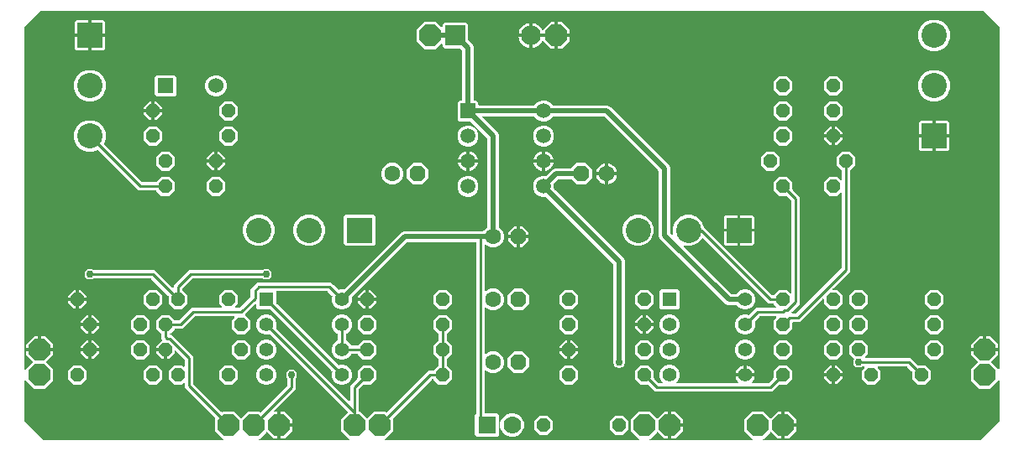
<source format=gbr>
G04 EAGLE Gerber RS-274X export*
G75*
%MOMM*%
%FSLAX34Y34*%
%LPD*%
%INBottom Copper*%
%IPPOS*%
%AMOC8*
5,1,8,0,0,1.08239X$1,22.5*%
G01*
%ADD10P,2.336880X8X22.500000*%
%ADD11P,1.429621X8X22.500000*%
%ADD12P,1.429621X8X202.500000*%
%ADD13P,1.732040X8X22.500000*%
%ADD14C,1.600200*%
%ADD15P,1.732040X8X202.500000*%
%ADD16C,2.000000*%
%ADD17R,2.000000X2.000000*%
%ADD18C,1.778000*%
%ADD19R,1.778000X1.778000*%
%ADD20R,1.524000X1.524000*%
%ADD21C,1.524000*%
%ADD22R,2.540000X2.540000*%
%ADD23C,2.540000*%
%ADD24R,1.422400X1.422400*%
%ADD25C,1.422400*%
%ADD26R,1.498600X1.498600*%
%ADD27C,1.498600*%
%ADD28C,0.508000*%
%ADD29C,0.254000*%
%ADD30C,0.756400*%

G36*
X209794Y60972D02*
X209794Y60972D01*
X209866Y60974D01*
X209915Y60992D01*
X209966Y61000D01*
X210030Y61034D01*
X210097Y61059D01*
X210138Y61091D01*
X210184Y61116D01*
X210233Y61168D01*
X210289Y61212D01*
X210317Y61256D01*
X210353Y61294D01*
X210383Y61359D01*
X210422Y61419D01*
X210435Y61470D01*
X210457Y61517D01*
X210465Y61588D01*
X210482Y61658D01*
X210478Y61710D01*
X210484Y61761D01*
X210468Y61832D01*
X210463Y61903D01*
X210443Y61951D01*
X210431Y62002D01*
X210395Y62063D01*
X210367Y62129D01*
X210322Y62185D01*
X210305Y62213D01*
X210287Y62228D01*
X210262Y62260D01*
X202056Y70466D01*
X202056Y81934D01*
X202519Y82397D01*
X202531Y82413D01*
X202546Y82426D01*
X202602Y82513D01*
X202662Y82597D01*
X202668Y82616D01*
X202679Y82632D01*
X202704Y82733D01*
X202735Y82832D01*
X202734Y82852D01*
X202739Y82871D01*
X202731Y82974D01*
X202728Y83078D01*
X202722Y83096D01*
X202720Y83116D01*
X202680Y83211D01*
X202644Y83309D01*
X202631Y83324D01*
X202624Y83343D01*
X202519Y83473D01*
X174456Y111536D01*
X171703Y114289D01*
X171703Y118114D01*
X171692Y118185D01*
X171690Y118257D01*
X171672Y118306D01*
X171664Y118357D01*
X171630Y118421D01*
X171605Y118488D01*
X171573Y118529D01*
X171548Y118575D01*
X171496Y118624D01*
X171452Y118680D01*
X171408Y118708D01*
X171370Y118744D01*
X171305Y118774D01*
X171245Y118813D01*
X171194Y118826D01*
X171147Y118848D01*
X171076Y118855D01*
X171006Y118873D01*
X170954Y118869D01*
X170903Y118875D01*
X170832Y118859D01*
X170761Y118854D01*
X170713Y118834D01*
X170662Y118822D01*
X170601Y118786D01*
X170535Y118758D01*
X170479Y118713D01*
X170451Y118696D01*
X170436Y118678D01*
X170404Y118653D01*
X169098Y117347D01*
X161102Y117347D01*
X155447Y123002D01*
X155447Y130998D01*
X161102Y136653D01*
X169098Y136653D01*
X170404Y135347D01*
X170462Y135305D01*
X170514Y135256D01*
X170561Y135234D01*
X170603Y135204D01*
X170672Y135183D01*
X170737Y135152D01*
X170789Y135147D01*
X170839Y135131D01*
X170910Y135133D01*
X170981Y135125D01*
X171032Y135136D01*
X171084Y135138D01*
X171152Y135162D01*
X171222Y135178D01*
X171267Y135204D01*
X171315Y135222D01*
X171371Y135267D01*
X171433Y135304D01*
X171467Y135343D01*
X171507Y135376D01*
X171546Y135436D01*
X171593Y135491D01*
X171612Y135539D01*
X171640Y135583D01*
X171658Y135652D01*
X171685Y135719D01*
X171693Y135790D01*
X171701Y135821D01*
X171699Y135845D01*
X171703Y135886D01*
X171703Y142120D01*
X171689Y142210D01*
X171681Y142301D01*
X171669Y142331D01*
X171664Y142363D01*
X171621Y142443D01*
X171585Y142527D01*
X171559Y142559D01*
X171548Y142580D01*
X171525Y142602D01*
X171480Y142658D01*
X162844Y151294D01*
X162786Y151336D01*
X162734Y151385D01*
X162687Y151407D01*
X162645Y151438D01*
X162576Y151459D01*
X162511Y151489D01*
X162459Y151495D01*
X162409Y151510D01*
X162338Y151508D01*
X162267Y151516D01*
X162216Y151505D01*
X162164Y151504D01*
X162096Y151479D01*
X162026Y151464D01*
X161981Y151437D01*
X161933Y151419D01*
X161877Y151374D01*
X161815Y151338D01*
X161781Y151298D01*
X161741Y151266D01*
X161702Y151205D01*
X161655Y151151D01*
X161636Y151102D01*
X161608Y151059D01*
X161590Y150989D01*
X161563Y150923D01*
X161555Y150851D01*
X161547Y150820D01*
X161549Y150797D01*
X161545Y150756D01*
X161545Y148612D01*
X156188Y143255D01*
X153923Y143255D01*
X153923Y151638D01*
X153920Y151658D01*
X153922Y151677D01*
X153900Y151779D01*
X153883Y151881D01*
X153874Y151898D01*
X153870Y151918D01*
X153817Y152007D01*
X153768Y152098D01*
X153754Y152112D01*
X153744Y152129D01*
X153665Y152196D01*
X153590Y152267D01*
X153572Y152276D01*
X153557Y152289D01*
X153461Y152327D01*
X153367Y152371D01*
X153347Y152373D01*
X153329Y152381D01*
X153162Y152399D01*
X152399Y152399D01*
X152399Y153162D01*
X152396Y153182D01*
X152398Y153201D01*
X152376Y153303D01*
X152359Y153405D01*
X152350Y153422D01*
X152346Y153442D01*
X152293Y153531D01*
X152244Y153622D01*
X152230Y153636D01*
X152220Y153653D01*
X152141Y153720D01*
X152066Y153791D01*
X152048Y153800D01*
X152033Y153813D01*
X151937Y153852D01*
X151843Y153895D01*
X151823Y153897D01*
X151805Y153905D01*
X151638Y153923D01*
X143255Y153923D01*
X143255Y156188D01*
X148692Y161624D01*
X148703Y161640D01*
X148719Y161653D01*
X148775Y161740D01*
X148835Y161824D01*
X148841Y161843D01*
X148852Y161860D01*
X148877Y161960D01*
X148908Y162059D01*
X148907Y162079D01*
X148912Y162098D01*
X148904Y162201D01*
X148901Y162305D01*
X148894Y162324D01*
X148893Y162343D01*
X148852Y162438D01*
X148817Y162536D01*
X148804Y162552D01*
X148796Y162570D01*
X148692Y162701D01*
X148081Y163311D01*
X148081Y168152D01*
X148067Y168242D01*
X148059Y168333D01*
X148047Y168363D01*
X148042Y168395D01*
X147999Y168476D01*
X147963Y168560D01*
X147937Y168592D01*
X147926Y168613D01*
X147903Y168635D01*
X147858Y168691D01*
X142747Y173802D01*
X142747Y181798D01*
X148402Y187453D01*
X156398Y187453D01*
X161509Y182342D01*
X161583Y182289D01*
X161653Y182229D01*
X161683Y182217D01*
X161709Y182198D01*
X161796Y182171D01*
X161881Y182137D01*
X161922Y182133D01*
X161944Y182126D01*
X161976Y182127D01*
X162048Y182119D01*
X165742Y182119D01*
X165832Y182133D01*
X165923Y182141D01*
X165953Y182153D01*
X165985Y182158D01*
X166065Y182201D01*
X166149Y182237D01*
X166181Y182263D01*
X166202Y182274D01*
X166224Y182297D01*
X166280Y182342D01*
X178757Y194819D01*
X208792Y194819D01*
X208863Y194830D01*
X208935Y194832D01*
X208984Y194850D01*
X209035Y194858D01*
X209099Y194892D01*
X209166Y194917D01*
X209207Y194949D01*
X209253Y194974D01*
X209302Y195026D01*
X209358Y195070D01*
X209386Y195114D01*
X209422Y195152D01*
X209452Y195217D01*
X209491Y195277D01*
X209504Y195328D01*
X209526Y195375D01*
X209533Y195446D01*
X209551Y195516D01*
X209547Y195568D01*
X209553Y195619D01*
X209537Y195690D01*
X209532Y195761D01*
X209512Y195809D01*
X209500Y195860D01*
X209464Y195921D01*
X209436Y195987D01*
X209391Y196043D01*
X209374Y196071D01*
X209356Y196086D01*
X209331Y196118D01*
X206247Y199202D01*
X206247Y207198D01*
X211902Y212853D01*
X219898Y212853D01*
X225553Y207198D01*
X225553Y199202D01*
X222469Y196118D01*
X222427Y196060D01*
X222378Y196008D01*
X222356Y195961D01*
X222326Y195919D01*
X222305Y195850D01*
X222274Y195785D01*
X222269Y195733D01*
X222253Y195683D01*
X222255Y195612D01*
X222247Y195541D01*
X222258Y195490D01*
X222260Y195438D01*
X222284Y195370D01*
X222300Y195300D01*
X222326Y195255D01*
X222344Y195207D01*
X222389Y195151D01*
X222426Y195089D01*
X222465Y195055D01*
X222498Y195015D01*
X222558Y194976D01*
X222613Y194929D01*
X222661Y194910D01*
X222705Y194882D01*
X222774Y194864D01*
X222841Y194837D01*
X222912Y194829D01*
X222943Y194821D01*
X222967Y194823D01*
X223008Y194819D01*
X226496Y194819D01*
X226586Y194833D01*
X226677Y194841D01*
X226707Y194853D01*
X226739Y194858D01*
X226819Y194901D01*
X226903Y194937D01*
X226935Y194963D01*
X226956Y194974D01*
X226978Y194997D01*
X227034Y195042D01*
X238028Y206036D01*
X238081Y206110D01*
X238141Y206179D01*
X238153Y206209D01*
X238172Y206236D01*
X238199Y206323D01*
X238233Y206407D01*
X238237Y206448D01*
X238244Y206471D01*
X238243Y206503D01*
X238251Y206574D01*
X238251Y213889D01*
X244581Y220219D01*
X319289Y220219D01*
X322042Y217466D01*
X326382Y213125D01*
X326476Y213058D01*
X326571Y212987D01*
X326577Y212985D01*
X326582Y212982D01*
X326693Y212948D01*
X326805Y212911D01*
X326811Y212911D01*
X326817Y212909D01*
X326934Y212912D01*
X327051Y212913D01*
X327058Y212916D01*
X327063Y212916D01*
X327081Y212922D01*
X327212Y212960D01*
X328179Y213361D01*
X332142Y213361D01*
X332232Y213375D01*
X332323Y213383D01*
X332353Y213395D01*
X332385Y213400D01*
X332465Y213443D01*
X332549Y213479D01*
X332581Y213505D01*
X332602Y213516D01*
X332624Y213539D01*
X332680Y213584D01*
X388855Y269759D01*
X390534Y271438D01*
X392588Y272289D01*
X472446Y272289D01*
X472561Y272308D01*
X472677Y272325D01*
X472683Y272327D01*
X472689Y272328D01*
X472792Y272383D01*
X472896Y272436D01*
X472901Y272441D01*
X472906Y272444D01*
X472986Y272528D01*
X473069Y272612D01*
X473072Y272618D01*
X473076Y272622D01*
X473083Y272639D01*
X473149Y272759D01*
X473233Y272959D01*
X476341Y276067D01*
X476541Y276151D01*
X476641Y276212D01*
X476741Y276272D01*
X476745Y276277D01*
X476750Y276280D01*
X476825Y276370D01*
X476901Y276459D01*
X476903Y276465D01*
X476907Y276470D01*
X476949Y276578D01*
X476993Y276687D01*
X476994Y276695D01*
X476995Y276699D01*
X476996Y276718D01*
X477011Y276854D01*
X477011Y365670D01*
X476997Y365760D01*
X476989Y365851D01*
X476977Y365881D01*
X476972Y365912D01*
X476929Y365993D01*
X476893Y366077D01*
X476867Y366109D01*
X476856Y366130D01*
X476833Y366152D01*
X476788Y366208D01*
X460061Y382935D01*
X459987Y382988D01*
X459918Y383048D01*
X459887Y383060D01*
X459861Y383079D01*
X459774Y383106D01*
X459689Y383140D01*
X459649Y383144D01*
X459626Y383151D01*
X459594Y383150D01*
X459523Y383158D01*
X448444Y383158D01*
X446658Y384944D01*
X446658Y402456D01*
X448444Y404242D01*
X450850Y404242D01*
X450870Y404245D01*
X450889Y404243D01*
X450991Y404265D01*
X451093Y404281D01*
X451110Y404291D01*
X451130Y404295D01*
X451219Y404348D01*
X451310Y404397D01*
X451324Y404411D01*
X451341Y404421D01*
X451408Y404500D01*
X451480Y404575D01*
X451488Y404593D01*
X451501Y404608D01*
X451540Y404704D01*
X451583Y404798D01*
X451585Y404818D01*
X451593Y404836D01*
X451611Y405003D01*
X451611Y454570D01*
X451597Y454660D01*
X451589Y454751D01*
X451577Y454781D01*
X451572Y454812D01*
X451529Y454893D01*
X451493Y454977D01*
X451467Y455009D01*
X451456Y455030D01*
X451433Y455052D01*
X451388Y455108D01*
X449868Y456628D01*
X449794Y456681D01*
X449725Y456741D01*
X449694Y456753D01*
X449668Y456772D01*
X449581Y456799D01*
X449496Y456833D01*
X449456Y456837D01*
X449433Y456844D01*
X449401Y456843D01*
X449330Y456851D01*
X433237Y456851D01*
X431451Y458637D01*
X431451Y460835D01*
X431440Y460906D01*
X431438Y460978D01*
X431420Y461027D01*
X431412Y461078D01*
X431378Y461142D01*
X431353Y461209D01*
X431321Y461250D01*
X431296Y461296D01*
X431244Y461345D01*
X431200Y461401D01*
X431156Y461429D01*
X431118Y461465D01*
X431053Y461495D01*
X430993Y461534D01*
X430942Y461547D01*
X430895Y461569D01*
X430824Y461577D01*
X430754Y461594D01*
X430702Y461590D01*
X430651Y461596D01*
X430580Y461580D01*
X430509Y461575D01*
X430461Y461555D01*
X430410Y461543D01*
X430349Y461507D01*
X430283Y461479D01*
X430227Y461434D01*
X430199Y461417D01*
X430184Y461399D01*
X430152Y461374D01*
X424834Y456056D01*
X413366Y456056D01*
X405256Y464166D01*
X405256Y475634D01*
X413366Y483744D01*
X424834Y483744D01*
X430152Y478426D01*
X430210Y478384D01*
X430262Y478335D01*
X430309Y478313D01*
X430351Y478283D01*
X430420Y478262D01*
X430485Y478231D01*
X430537Y478226D01*
X430587Y478210D01*
X430658Y478212D01*
X430729Y478204D01*
X430780Y478215D01*
X430832Y478217D01*
X430900Y478241D01*
X430970Y478257D01*
X431015Y478283D01*
X431063Y478301D01*
X431119Y478346D01*
X431181Y478383D01*
X431215Y478422D01*
X431255Y478455D01*
X431294Y478515D01*
X431341Y478570D01*
X431360Y478618D01*
X431388Y478662D01*
X431406Y478731D01*
X431433Y478798D01*
X431441Y478869D01*
X431449Y478900D01*
X431447Y478924D01*
X431451Y478965D01*
X431451Y481163D01*
X433237Y482949D01*
X455763Y482949D01*
X457549Y481163D01*
X457549Y465070D01*
X457563Y464980D01*
X457571Y464889D01*
X457583Y464859D01*
X457588Y464828D01*
X457631Y464747D01*
X457667Y464663D01*
X457693Y464631D01*
X457704Y464610D01*
X457727Y464588D01*
X457772Y464532D01*
X461938Y460366D01*
X462789Y458312D01*
X462789Y405003D01*
X462792Y404983D01*
X462790Y404964D01*
X462812Y404862D01*
X462828Y404760D01*
X462838Y404743D01*
X462842Y404723D01*
X462895Y404634D01*
X462944Y404543D01*
X462958Y404529D01*
X462968Y404512D01*
X463047Y404445D01*
X463122Y404373D01*
X463140Y404365D01*
X463155Y404352D01*
X463251Y404313D01*
X463345Y404270D01*
X463365Y404268D01*
X463383Y404260D01*
X463550Y404242D01*
X465956Y404242D01*
X467742Y402456D01*
X467742Y400050D01*
X467745Y400030D01*
X467743Y400011D01*
X467765Y399909D01*
X467781Y399807D01*
X467791Y399790D01*
X467795Y399770D01*
X467848Y399681D01*
X467897Y399590D01*
X467911Y399576D01*
X467921Y399559D01*
X468000Y399492D01*
X468075Y399420D01*
X468093Y399412D01*
X468108Y399399D01*
X468204Y399360D01*
X468298Y399317D01*
X468318Y399315D01*
X468336Y399307D01*
X468503Y399289D01*
X523796Y399289D01*
X523911Y399308D01*
X524027Y399325D01*
X524033Y399327D01*
X524039Y399328D01*
X524142Y399383D01*
X524246Y399436D01*
X524251Y399441D01*
X524256Y399444D01*
X524337Y399529D01*
X524418Y399612D01*
X524422Y399618D01*
X524425Y399622D01*
X524433Y399639D01*
X524437Y399645D01*
X527429Y402637D01*
X531303Y404242D01*
X535497Y404242D01*
X539371Y402637D01*
X542382Y399626D01*
X542422Y399559D01*
X542427Y399555D01*
X542430Y399550D01*
X542520Y399475D01*
X542609Y399399D01*
X542615Y399397D01*
X542620Y399393D01*
X542728Y399351D01*
X542837Y399307D01*
X542845Y399306D01*
X542849Y399305D01*
X542868Y399304D01*
X543004Y399289D01*
X598012Y399289D01*
X600066Y398438D01*
X660058Y338446D01*
X660909Y336392D01*
X660909Y270600D01*
X660923Y270510D01*
X660931Y270419D01*
X660943Y270389D01*
X660948Y270358D01*
X660991Y270277D01*
X661027Y270193D01*
X661053Y270161D01*
X661064Y270140D01*
X661087Y270118D01*
X661132Y270062D01*
X662710Y268484D01*
X662789Y268427D01*
X662864Y268365D01*
X662888Y268356D01*
X662910Y268340D01*
X663003Y268312D01*
X663094Y268277D01*
X663120Y268276D01*
X663145Y268268D01*
X663242Y268270D01*
X663339Y268266D01*
X663364Y268274D01*
X663391Y268274D01*
X663482Y268308D01*
X663576Y268335D01*
X663597Y268350D01*
X663622Y268359D01*
X663698Y268420D01*
X663778Y268475D01*
X663793Y268496D01*
X663814Y268512D01*
X663866Y268594D01*
X663924Y268672D01*
X663932Y268697D01*
X663947Y268719D01*
X663970Y268814D01*
X664001Y268906D01*
X664000Y268933D01*
X664007Y268958D01*
X663999Y269055D01*
X663998Y269152D01*
X663989Y269184D01*
X663988Y269203D01*
X663975Y269233D01*
X663951Y269313D01*
X663701Y269917D01*
X663701Y276183D01*
X666099Y281971D01*
X670529Y286401D01*
X676317Y288799D01*
X682583Y288799D01*
X688371Y286401D01*
X692801Y281971D01*
X695193Y276197D01*
X695228Y276141D01*
X695253Y276081D01*
X695305Y276016D01*
X695323Y275988D01*
X695338Y275975D01*
X695358Y275950D01*
X763566Y207742D01*
X763640Y207689D01*
X763709Y207629D01*
X763739Y207617D01*
X763766Y207598D01*
X763853Y207571D01*
X763937Y207537D01*
X763978Y207533D01*
X764001Y207526D01*
X764033Y207527D01*
X764104Y207519D01*
X765052Y207519D01*
X765142Y207533D01*
X765233Y207541D01*
X765263Y207553D01*
X765295Y207558D01*
X765376Y207601D01*
X765460Y207637D01*
X765492Y207663D01*
X765513Y207674D01*
X765535Y207697D01*
X765591Y207742D01*
X770702Y212853D01*
X778698Y212853D01*
X781782Y209769D01*
X781840Y209727D01*
X781892Y209678D01*
X781939Y209656D01*
X781981Y209626D01*
X782050Y209605D01*
X782115Y209574D01*
X782167Y209569D01*
X782217Y209553D01*
X782288Y209555D01*
X782359Y209547D01*
X782410Y209558D01*
X782462Y209560D01*
X782530Y209584D01*
X782600Y209600D01*
X782645Y209626D01*
X782693Y209644D01*
X782749Y209689D01*
X782811Y209726D01*
X782845Y209765D01*
X782885Y209798D01*
X782924Y209858D01*
X782971Y209913D01*
X782990Y209961D01*
X783018Y210005D01*
X783036Y210074D01*
X783063Y210141D01*
X783071Y210212D01*
X783079Y210243D01*
X783077Y210267D01*
X783081Y210308D01*
X783081Y302696D01*
X783067Y302786D01*
X783059Y302877D01*
X783047Y302907D01*
X783042Y302939D01*
X782999Y303019D01*
X782963Y303103D01*
X782937Y303135D01*
X782926Y303156D01*
X782903Y303178D01*
X782858Y303234D01*
X778468Y307624D01*
X778394Y307677D01*
X778325Y307737D01*
X778295Y307749D01*
X778268Y307768D01*
X778181Y307795D01*
X778097Y307829D01*
X778056Y307833D01*
X778033Y307840D01*
X778001Y307839D01*
X777930Y307847D01*
X770702Y307847D01*
X765047Y313502D01*
X765047Y321498D01*
X770702Y327153D01*
X778698Y327153D01*
X784353Y321498D01*
X784353Y314270D01*
X784367Y314180D01*
X784375Y314089D01*
X784387Y314059D01*
X784392Y314027D01*
X784435Y313947D01*
X784471Y313863D01*
X784497Y313831D01*
X784508Y313810D01*
X784531Y313788D01*
X784576Y313732D01*
X791719Y306589D01*
X791719Y198665D01*
X788966Y195912D01*
X783584Y190530D01*
X783542Y190472D01*
X783493Y190420D01*
X783471Y190373D01*
X783440Y190331D01*
X783419Y190262D01*
X783389Y190197D01*
X783383Y190145D01*
X783368Y190095D01*
X783370Y190024D01*
X783362Y189953D01*
X783373Y189902D01*
X783374Y189850D01*
X783399Y189782D01*
X783414Y189712D01*
X783441Y189667D01*
X783459Y189619D01*
X783504Y189563D01*
X783540Y189501D01*
X783580Y189467D01*
X783613Y189427D01*
X783673Y189388D01*
X783727Y189341D01*
X783776Y189322D01*
X783819Y189294D01*
X783889Y189276D01*
X783955Y189249D01*
X784027Y189241D01*
X784058Y189233D01*
X784081Y189235D01*
X784122Y189231D01*
X787610Y189231D01*
X787701Y189245D01*
X787791Y189253D01*
X787821Y189265D01*
X787853Y189270D01*
X787934Y189313D01*
X788018Y189349D01*
X788050Y189375D01*
X788071Y189386D01*
X788093Y189409D01*
X788149Y189454D01*
X833658Y234963D01*
X833711Y235037D01*
X833771Y235107D01*
X833783Y235137D01*
X833802Y235163D01*
X833829Y235250D01*
X833863Y235335D01*
X833867Y235376D01*
X833874Y235398D01*
X833873Y235430D01*
X833881Y235502D01*
X833881Y310392D01*
X833870Y310463D01*
X833868Y310535D01*
X833850Y310584D01*
X833842Y310635D01*
X833808Y310699D01*
X833783Y310766D01*
X833751Y310807D01*
X833726Y310853D01*
X833674Y310902D01*
X833630Y310958D01*
X833586Y310986D01*
X833548Y311022D01*
X833483Y311052D01*
X833423Y311091D01*
X833372Y311104D01*
X833325Y311126D01*
X833254Y311133D01*
X833184Y311151D01*
X833132Y311147D01*
X833081Y311153D01*
X833010Y311137D01*
X832939Y311132D01*
X832891Y311112D01*
X832840Y311100D01*
X832779Y311064D01*
X832713Y311036D01*
X832657Y310991D01*
X832629Y310974D01*
X832614Y310956D01*
X832582Y310931D01*
X829498Y307847D01*
X821502Y307847D01*
X815847Y313502D01*
X815847Y321498D01*
X821502Y327153D01*
X829498Y327153D01*
X832582Y324069D01*
X832640Y324027D01*
X832692Y323978D01*
X832739Y323956D01*
X832781Y323926D01*
X832850Y323905D01*
X832915Y323874D01*
X832967Y323869D01*
X833017Y323853D01*
X833088Y323855D01*
X833159Y323847D01*
X833210Y323858D01*
X833262Y323860D01*
X833330Y323884D01*
X833400Y323900D01*
X833445Y323926D01*
X833493Y323944D01*
X833549Y323989D01*
X833611Y324026D01*
X833645Y324065D01*
X833685Y324098D01*
X833724Y324158D01*
X833771Y324213D01*
X833790Y324261D01*
X833818Y324305D01*
X833836Y324374D01*
X833863Y324441D01*
X833871Y324512D01*
X833879Y324543D01*
X833877Y324567D01*
X833881Y324608D01*
X833881Y333252D01*
X833867Y333343D01*
X833859Y333433D01*
X833847Y333463D01*
X833842Y333495D01*
X833799Y333576D01*
X833763Y333660D01*
X833737Y333692D01*
X833726Y333713D01*
X833703Y333735D01*
X833658Y333791D01*
X828547Y338902D01*
X828547Y346898D01*
X834202Y352553D01*
X842198Y352553D01*
X847853Y346898D01*
X847853Y338902D01*
X842742Y333791D01*
X842689Y333717D01*
X842629Y333647D01*
X842617Y333617D01*
X842598Y333591D01*
X842571Y333504D01*
X842537Y333419D01*
X842533Y333378D01*
X842526Y333356D01*
X842527Y333324D01*
X842519Y333252D01*
X842519Y231608D01*
X839766Y228856D01*
X825063Y214152D01*
X825021Y214094D01*
X824971Y214042D01*
X824949Y213995D01*
X824919Y213953D01*
X824898Y213884D01*
X824868Y213819D01*
X824862Y213767D01*
X824847Y213717D01*
X824849Y213646D01*
X824841Y213575D01*
X824852Y213524D01*
X824853Y213472D01*
X824878Y213404D01*
X824893Y213334D01*
X824920Y213289D01*
X824937Y213241D01*
X824982Y213185D01*
X825019Y213123D01*
X825059Y213089D01*
X825091Y213049D01*
X825151Y213010D01*
X825206Y212963D01*
X825254Y212944D01*
X825298Y212916D01*
X825368Y212898D01*
X825434Y212871D01*
X825505Y212863D01*
X825537Y212855D01*
X825560Y212857D01*
X825601Y212853D01*
X829498Y212853D01*
X835153Y207198D01*
X835153Y199202D01*
X829498Y193547D01*
X821502Y193547D01*
X815847Y199202D01*
X815847Y203099D01*
X815836Y203170D01*
X815834Y203242D01*
X815816Y203291D01*
X815808Y203342D01*
X815774Y203405D01*
X815749Y203473D01*
X815717Y203513D01*
X815692Y203559D01*
X815640Y203609D01*
X815596Y203665D01*
X815552Y203693D01*
X815514Y203729D01*
X815449Y203759D01*
X815389Y203798D01*
X815338Y203810D01*
X815291Y203832D01*
X815220Y203840D01*
X815150Y203858D01*
X815098Y203854D01*
X815047Y203859D01*
X814976Y203844D01*
X814905Y203839D01*
X814857Y203818D01*
X814806Y203807D01*
X814745Y203770D01*
X814679Y203742D01*
X814623Y203698D01*
X814595Y203681D01*
X814580Y203663D01*
X814548Y203637D01*
X791504Y180593D01*
X785114Y180593D01*
X785094Y180590D01*
X785075Y180592D01*
X784973Y180570D01*
X784871Y180554D01*
X784854Y180544D01*
X784834Y180540D01*
X784745Y180487D01*
X784654Y180438D01*
X784640Y180424D01*
X784623Y180414D01*
X784556Y180335D01*
X784484Y180260D01*
X784476Y180242D01*
X784463Y180227D01*
X784424Y180131D01*
X784381Y180037D01*
X784379Y180017D01*
X784371Y179999D01*
X784353Y179832D01*
X784353Y173802D01*
X778698Y168147D01*
X770702Y168147D01*
X765047Y173802D01*
X765047Y181798D01*
X768131Y184882D01*
X768173Y184940D01*
X768222Y184992D01*
X768244Y185039D01*
X768274Y185081D01*
X768295Y185150D01*
X768326Y185215D01*
X768331Y185267D01*
X768347Y185317D01*
X768345Y185388D01*
X768353Y185459D01*
X768342Y185510D01*
X768340Y185562D01*
X768316Y185630D01*
X768300Y185700D01*
X768274Y185745D01*
X768256Y185793D01*
X768211Y185849D01*
X768174Y185911D01*
X768135Y185945D01*
X768102Y185985D01*
X768042Y186024D01*
X767987Y186071D01*
X767939Y186090D01*
X767895Y186118D01*
X767826Y186136D01*
X767759Y186163D01*
X767688Y186171D01*
X767657Y186179D01*
X767633Y186177D01*
X767592Y186181D01*
X751404Y186181D01*
X751314Y186167D01*
X751223Y186159D01*
X751193Y186147D01*
X751161Y186142D01*
X751081Y186099D01*
X750997Y186063D01*
X750965Y186037D01*
X750944Y186026D01*
X750922Y186003D01*
X750866Y185958D01*
X746525Y181618D01*
X746457Y181523D01*
X746387Y181429D01*
X746385Y181423D01*
X746382Y181418D01*
X746347Y181307D01*
X746311Y181195D01*
X746311Y181189D01*
X746309Y181183D01*
X746312Y181066D01*
X746313Y180949D01*
X746316Y180942D01*
X746316Y180937D01*
X746322Y180919D01*
X746360Y180788D01*
X746761Y179821D01*
X746761Y175779D01*
X745214Y172044D01*
X742356Y169186D01*
X738621Y167639D01*
X734579Y167639D01*
X730844Y169186D01*
X727986Y172044D01*
X726439Y175779D01*
X726439Y179821D01*
X727986Y183556D01*
X730844Y186414D01*
X734579Y187961D01*
X738621Y187961D01*
X739588Y187560D01*
X739702Y187534D01*
X739815Y187505D01*
X739821Y187505D01*
X739827Y187504D01*
X739944Y187515D01*
X740060Y187524D01*
X740066Y187527D01*
X740072Y187527D01*
X740180Y187575D01*
X740287Y187620D01*
X740292Y187625D01*
X740297Y187627D01*
X740311Y187640D01*
X740418Y187725D01*
X747511Y194819D01*
X767592Y194819D01*
X767663Y194830D01*
X767735Y194832D01*
X767784Y194850D01*
X767835Y194858D01*
X767899Y194892D01*
X767966Y194917D01*
X768007Y194949D01*
X768053Y194974D01*
X768102Y195026D01*
X768158Y195070D01*
X768186Y195114D01*
X768222Y195152D01*
X768252Y195217D01*
X768291Y195277D01*
X768304Y195328D01*
X768326Y195375D01*
X768333Y195446D01*
X768351Y195516D01*
X768347Y195568D01*
X768353Y195619D01*
X768337Y195690D01*
X768332Y195761D01*
X768312Y195809D01*
X768300Y195860D01*
X768264Y195921D01*
X768236Y195987D01*
X768191Y196043D01*
X768174Y196071D01*
X768156Y196086D01*
X768131Y196118D01*
X765591Y198658D01*
X765517Y198711D01*
X765447Y198771D01*
X765417Y198783D01*
X765391Y198802D01*
X765304Y198829D01*
X765219Y198863D01*
X765178Y198867D01*
X765156Y198874D01*
X765124Y198873D01*
X765052Y198881D01*
X760211Y198881D01*
X694240Y264852D01*
X694203Y264879D01*
X694172Y264913D01*
X694103Y264951D01*
X694040Y264996D01*
X693996Y265009D01*
X693956Y265032D01*
X693880Y265045D01*
X693805Y265068D01*
X693759Y265067D01*
X693714Y265075D01*
X693637Y265064D01*
X693559Y265062D01*
X693516Y265046D01*
X693471Y265039D01*
X693401Y265004D01*
X693328Y264977D01*
X693292Y264949D01*
X693252Y264928D01*
X693197Y264873D01*
X693136Y264824D01*
X693111Y264785D01*
X693079Y264752D01*
X693013Y264633D01*
X693003Y264617D01*
X693002Y264612D01*
X692998Y264605D01*
X692801Y264129D01*
X688371Y259699D01*
X682583Y257301D01*
X676317Y257301D01*
X675713Y257551D01*
X675619Y257574D01*
X675526Y257602D01*
X675499Y257602D01*
X675474Y257608D01*
X675377Y257598D01*
X675280Y257596D01*
X675255Y257587D01*
X675229Y257585D01*
X675140Y257545D01*
X675049Y257511D01*
X675028Y257495D01*
X675004Y257485D01*
X674933Y257419D01*
X674857Y257358D01*
X674842Y257336D01*
X674823Y257318D01*
X674776Y257233D01*
X674724Y257151D01*
X674717Y257126D01*
X674705Y257103D01*
X674687Y257007D01*
X674664Y256912D01*
X674666Y256886D01*
X674661Y256861D01*
X674675Y256764D01*
X674683Y256667D01*
X674693Y256643D01*
X674697Y256617D01*
X674741Y256530D01*
X674779Y256441D01*
X674799Y256415D01*
X674808Y256398D01*
X674832Y256375D01*
X674884Y256310D01*
X722182Y209012D01*
X722256Y208959D01*
X722325Y208899D01*
X722356Y208887D01*
X722382Y208868D01*
X722469Y208841D01*
X722554Y208807D01*
X722594Y208803D01*
X722617Y208796D01*
X722649Y208797D01*
X722720Y208789D01*
X727504Y208789D01*
X727594Y208803D01*
X727685Y208811D01*
X727715Y208823D01*
X727747Y208828D01*
X727827Y208871D01*
X727911Y208907D01*
X727943Y208933D01*
X727964Y208944D01*
X727986Y208967D01*
X728042Y209012D01*
X730844Y211814D01*
X734579Y213361D01*
X738621Y213361D01*
X742356Y211814D01*
X745214Y208956D01*
X746761Y205221D01*
X746761Y201179D01*
X745214Y197444D01*
X742356Y194586D01*
X738621Y193039D01*
X734579Y193039D01*
X730844Y194586D01*
X728042Y197388D01*
X727968Y197441D01*
X727899Y197501D01*
X727869Y197513D01*
X727843Y197532D01*
X727756Y197559D01*
X727671Y197593D01*
X727630Y197597D01*
X727607Y197604D01*
X727575Y197603D01*
X727504Y197611D01*
X718978Y197611D01*
X716924Y198462D01*
X650582Y264804D01*
X649731Y266858D01*
X649731Y332650D01*
X649717Y332740D01*
X649709Y332831D01*
X649697Y332861D01*
X649692Y332892D01*
X649649Y332973D01*
X649613Y333057D01*
X649587Y333089D01*
X649576Y333110D01*
X649553Y333132D01*
X649508Y333188D01*
X594808Y387888D01*
X594734Y387941D01*
X594665Y388001D01*
X594634Y388013D01*
X594608Y388032D01*
X594521Y388059D01*
X594436Y388093D01*
X594396Y388097D01*
X594373Y388104D01*
X594341Y388103D01*
X594270Y388111D01*
X543004Y388111D01*
X542889Y388092D01*
X542773Y388075D01*
X542767Y388073D01*
X542761Y388072D01*
X542658Y388017D01*
X542554Y387964D01*
X542549Y387959D01*
X542544Y387956D01*
X542463Y387871D01*
X542382Y387788D01*
X542378Y387782D01*
X542375Y387778D01*
X542367Y387761D01*
X542363Y387755D01*
X539371Y384763D01*
X535497Y383158D01*
X531303Y383158D01*
X527429Y384763D01*
X524418Y387774D01*
X524378Y387841D01*
X524373Y387845D01*
X524370Y387850D01*
X524280Y387925D01*
X524191Y388001D01*
X524185Y388003D01*
X524180Y388007D01*
X524072Y388049D01*
X523963Y388093D01*
X523955Y388094D01*
X523951Y388095D01*
X523932Y388096D01*
X523796Y388111D01*
X472530Y388111D01*
X472459Y388100D01*
X472388Y388098D01*
X472339Y388080D01*
X472287Y388072D01*
X472224Y388038D01*
X472157Y388013D01*
X472116Y387981D01*
X472070Y387956D01*
X472021Y387904D01*
X471965Y387860D01*
X471937Y387816D01*
X471901Y387778D01*
X471871Y387713D01*
X471832Y387653D01*
X471819Y387602D01*
X471797Y387555D01*
X471789Y387484D01*
X471772Y387414D01*
X471776Y387362D01*
X471770Y387311D01*
X471785Y387240D01*
X471791Y387169D01*
X471811Y387121D01*
X471822Y387070D01*
X471859Y387009D01*
X471887Y386943D01*
X471932Y386887D01*
X471948Y386859D01*
X471966Y386844D01*
X471992Y386812D01*
X485659Y373145D01*
X487338Y371466D01*
X488189Y369412D01*
X488189Y276854D01*
X488208Y276739D01*
X488225Y276623D01*
X488227Y276617D01*
X488228Y276611D01*
X488283Y276508D01*
X488336Y276404D01*
X488341Y276399D01*
X488344Y276394D01*
X488428Y276314D01*
X488512Y276231D01*
X488518Y276228D01*
X488522Y276224D01*
X488539Y276217D01*
X488659Y276151D01*
X488859Y276067D01*
X491967Y272959D01*
X493650Y268898D01*
X493650Y264502D01*
X491967Y260441D01*
X488859Y257333D01*
X484798Y255650D01*
X480402Y255650D01*
X476341Y257333D01*
X475518Y258155D01*
X475460Y258197D01*
X475408Y258246D01*
X475361Y258268D01*
X475319Y258299D01*
X475250Y258320D01*
X475185Y258350D01*
X475133Y258356D01*
X475083Y258371D01*
X475012Y258369D01*
X474941Y258377D01*
X474890Y258366D01*
X474838Y258365D01*
X474770Y258340D01*
X474700Y258325D01*
X474655Y258298D01*
X474607Y258280D01*
X474551Y258235D01*
X474489Y258199D01*
X474455Y258159D01*
X474415Y258126D01*
X474376Y258066D01*
X474329Y258012D01*
X474310Y257963D01*
X474282Y257920D01*
X474264Y257850D01*
X474237Y257784D01*
X474229Y257712D01*
X474221Y257681D01*
X474223Y257658D01*
X474219Y257617D01*
X474219Y212283D01*
X474230Y212212D01*
X474232Y212141D01*
X474250Y212092D01*
X474258Y212040D01*
X474292Y211977D01*
X474317Y211910D01*
X474349Y211869D01*
X474374Y211823D01*
X474426Y211774D01*
X474470Y211718D01*
X474514Y211690D01*
X474552Y211654D01*
X474617Y211623D01*
X474677Y211585D01*
X474728Y211572D01*
X474775Y211550D01*
X474846Y211542D01*
X474916Y211525D01*
X474968Y211529D01*
X475019Y211523D01*
X475090Y211538D01*
X475161Y211544D01*
X475209Y211564D01*
X475260Y211575D01*
X475321Y211612D01*
X475387Y211640D01*
X475443Y211685D01*
X475471Y211701D01*
X475486Y211719D01*
X475518Y211745D01*
X476341Y212567D01*
X480402Y214250D01*
X484798Y214250D01*
X488859Y212567D01*
X491967Y209459D01*
X493650Y205398D01*
X493650Y201002D01*
X491967Y196941D01*
X488859Y193833D01*
X484798Y192150D01*
X480402Y192150D01*
X476341Y193833D01*
X475518Y194655D01*
X475460Y194697D01*
X475408Y194746D01*
X475361Y194768D01*
X475319Y194799D01*
X475250Y194820D01*
X475185Y194850D01*
X475133Y194856D01*
X475083Y194871D01*
X475012Y194869D01*
X474941Y194877D01*
X474890Y194866D01*
X474838Y194865D01*
X474770Y194840D01*
X474700Y194825D01*
X474655Y194798D01*
X474607Y194780D01*
X474551Y194735D01*
X474489Y194699D01*
X474455Y194659D01*
X474415Y194626D01*
X474376Y194566D01*
X474329Y194512D01*
X474310Y194463D01*
X474282Y194420D01*
X474264Y194350D01*
X474237Y194284D01*
X474229Y194212D01*
X474221Y194181D01*
X474223Y194158D01*
X474219Y194117D01*
X474219Y148783D01*
X474230Y148712D01*
X474232Y148641D01*
X474250Y148592D01*
X474258Y148540D01*
X474292Y148477D01*
X474317Y148410D01*
X474349Y148369D01*
X474374Y148323D01*
X474426Y148274D01*
X474470Y148218D01*
X474514Y148190D01*
X474552Y148154D01*
X474617Y148123D01*
X474677Y148085D01*
X474728Y148072D01*
X474775Y148050D01*
X474846Y148042D01*
X474916Y148025D01*
X474968Y148029D01*
X475019Y148023D01*
X475090Y148038D01*
X475161Y148044D01*
X475209Y148064D01*
X475260Y148075D01*
X475321Y148112D01*
X475387Y148140D01*
X475443Y148185D01*
X475471Y148201D01*
X475486Y148219D01*
X475518Y148245D01*
X476341Y149067D01*
X480402Y150750D01*
X484798Y150750D01*
X488859Y149067D01*
X491967Y145959D01*
X493650Y141898D01*
X493650Y137502D01*
X491967Y133441D01*
X488859Y130333D01*
X484798Y128650D01*
X480402Y128650D01*
X476341Y130333D01*
X475518Y131155D01*
X475460Y131197D01*
X475408Y131246D01*
X475361Y131268D01*
X475319Y131299D01*
X475250Y131320D01*
X475185Y131350D01*
X475133Y131356D01*
X475083Y131371D01*
X475012Y131369D01*
X474941Y131377D01*
X474890Y131366D01*
X474838Y131365D01*
X474770Y131340D01*
X474700Y131325D01*
X474655Y131298D01*
X474607Y131280D01*
X474551Y131235D01*
X474489Y131199D01*
X474455Y131159D01*
X474415Y131126D01*
X474376Y131066D01*
X474329Y131012D01*
X474310Y130963D01*
X474282Y130920D01*
X474264Y130850D01*
X474237Y130784D01*
X474229Y130712D01*
X474221Y130681D01*
X474223Y130658D01*
X474219Y130617D01*
X474219Y88900D01*
X474222Y88880D01*
X474220Y88861D01*
X474242Y88759D01*
X474258Y88657D01*
X474268Y88640D01*
X474272Y88620D01*
X474325Y88531D01*
X474374Y88440D01*
X474388Y88426D01*
X474398Y88409D01*
X474477Y88342D01*
X474552Y88270D01*
X474570Y88262D01*
X474585Y88249D01*
X474681Y88210D01*
X474775Y88167D01*
X474795Y88165D01*
X474813Y88157D01*
X474980Y88139D01*
X486403Y88139D01*
X488189Y86353D01*
X488189Y66047D01*
X486403Y64261D01*
X466097Y64261D01*
X464311Y66047D01*
X464311Y86353D01*
X465358Y87400D01*
X465411Y87474D01*
X465471Y87543D01*
X465483Y87573D01*
X465502Y87600D01*
X465529Y87687D01*
X465563Y87771D01*
X465567Y87812D01*
X465574Y87835D01*
X465573Y87867D01*
X465581Y87938D01*
X465581Y260350D01*
X465578Y260370D01*
X465580Y260389D01*
X465558Y260491D01*
X465542Y260593D01*
X465532Y260610D01*
X465528Y260630D01*
X465475Y260719D01*
X465426Y260810D01*
X465412Y260824D01*
X465402Y260841D01*
X465323Y260908D01*
X465248Y260980D01*
X465230Y260988D01*
X465215Y261001D01*
X465119Y261040D01*
X465025Y261083D01*
X465005Y261085D01*
X464987Y261093D01*
X464820Y261111D01*
X396330Y261111D01*
X396240Y261097D01*
X396149Y261089D01*
X396119Y261077D01*
X396088Y261072D01*
X396007Y261029D01*
X395923Y260993D01*
X395891Y260967D01*
X395870Y260956D01*
X395848Y260933D01*
X395792Y260888D01*
X340584Y205680D01*
X340531Y205606D01*
X340471Y205537D01*
X340459Y205506D01*
X340440Y205480D01*
X340413Y205393D01*
X340379Y205308D01*
X340375Y205268D01*
X340368Y205245D01*
X340369Y205213D01*
X340361Y205142D01*
X340361Y201179D01*
X338814Y197444D01*
X335956Y194586D01*
X332221Y193039D01*
X328179Y193039D01*
X324444Y194586D01*
X321586Y197444D01*
X320039Y201179D01*
X320039Y205221D01*
X320440Y206188D01*
X320466Y206302D01*
X320495Y206415D01*
X320495Y206421D01*
X320496Y206428D01*
X320485Y206544D01*
X320476Y206660D01*
X320473Y206666D01*
X320473Y206672D01*
X320425Y206780D01*
X320380Y206887D01*
X320375Y206893D01*
X320373Y206897D01*
X320360Y206911D01*
X320275Y207018D01*
X315934Y211358D01*
X315860Y211411D01*
X315791Y211471D01*
X315761Y211483D01*
X315734Y211502D01*
X315647Y211529D01*
X315563Y211563D01*
X315522Y211567D01*
X315499Y211574D01*
X315467Y211573D01*
X315396Y211581D01*
X264922Y211581D01*
X264902Y211578D01*
X264883Y211580D01*
X264781Y211558D01*
X264679Y211542D01*
X264662Y211532D01*
X264642Y211528D01*
X264553Y211475D01*
X264462Y211426D01*
X264448Y211412D01*
X264431Y211402D01*
X264364Y211323D01*
X264292Y211248D01*
X264284Y211230D01*
X264271Y211215D01*
X264232Y211119D01*
X264189Y211025D01*
X264187Y211005D01*
X264179Y210987D01*
X264161Y210820D01*
X264161Y199462D01*
X264175Y199372D01*
X264183Y199281D01*
X264195Y199251D01*
X264200Y199219D01*
X264243Y199139D01*
X264279Y199055D01*
X264305Y199023D01*
X264316Y199002D01*
X264339Y198980D01*
X264384Y198924D01*
X326382Y136925D01*
X326476Y136858D01*
X326571Y136787D01*
X326577Y136785D01*
X326582Y136782D01*
X326693Y136748D01*
X326805Y136711D01*
X326811Y136711D01*
X326817Y136709D01*
X326934Y136712D01*
X327051Y136713D01*
X327058Y136716D01*
X327063Y136716D01*
X327081Y136722D01*
X327212Y136760D01*
X328179Y137161D01*
X332221Y137161D01*
X335956Y135614D01*
X338814Y132756D01*
X340361Y129021D01*
X340361Y124979D01*
X338814Y121244D01*
X335956Y118386D01*
X332221Y116839D01*
X328179Y116839D01*
X324444Y118386D01*
X321586Y121244D01*
X320039Y124979D01*
X320039Y129021D01*
X320440Y129988D01*
X320448Y130023D01*
X320451Y130029D01*
X320452Y130042D01*
X320466Y130102D01*
X320495Y130215D01*
X320495Y130221D01*
X320496Y130228D01*
X320485Y130344D01*
X320476Y130460D01*
X320473Y130466D01*
X320473Y130472D01*
X320425Y130580D01*
X320380Y130687D01*
X320375Y130693D01*
X320373Y130697D01*
X320360Y130711D01*
X320275Y130818D01*
X258276Y192816D01*
X258202Y192869D01*
X258133Y192929D01*
X258103Y192941D01*
X258076Y192960D01*
X257989Y192987D01*
X257905Y193021D01*
X257864Y193025D01*
X257841Y193032D01*
X257809Y193031D01*
X257738Y193039D01*
X245625Y193039D01*
X243839Y194825D01*
X243839Y197794D01*
X243828Y197865D01*
X243826Y197936D01*
X243808Y197985D01*
X243800Y198037D01*
X243766Y198100D01*
X243741Y198167D01*
X243709Y198208D01*
X243684Y198254D01*
X243632Y198303D01*
X243588Y198359D01*
X243544Y198388D01*
X243506Y198423D01*
X243441Y198454D01*
X243381Y198492D01*
X243330Y198505D01*
X243283Y198527D01*
X243212Y198535D01*
X243142Y198552D01*
X243090Y198548D01*
X243039Y198554D01*
X242968Y198539D01*
X242897Y198533D01*
X242849Y198513D01*
X242798Y198502D01*
X242737Y198465D01*
X242671Y198437D01*
X242615Y198392D01*
X242587Y198376D01*
X242572Y198358D01*
X242540Y198332D01*
X233142Y188934D01*
X232668Y188460D01*
X232656Y188444D01*
X232640Y188431D01*
X232584Y188344D01*
X232524Y188260D01*
X232518Y188241D01*
X232507Y188224D01*
X232482Y188124D01*
X232452Y188025D01*
X232452Y188005D01*
X232447Y187986D01*
X232455Y187883D01*
X232458Y187779D01*
X232465Y187761D01*
X232466Y187741D01*
X232507Y187646D01*
X232542Y187548D01*
X232555Y187533D01*
X232563Y187514D01*
X232668Y187383D01*
X238253Y181798D01*
X238253Y173802D01*
X232598Y168147D01*
X224602Y168147D01*
X218947Y173802D01*
X218947Y181798D01*
X222031Y184882D01*
X222073Y184940D01*
X222122Y184992D01*
X222144Y185039D01*
X222174Y185081D01*
X222195Y185150D01*
X222226Y185215D01*
X222231Y185267D01*
X222247Y185317D01*
X222245Y185388D01*
X222253Y185459D01*
X222242Y185510D01*
X222240Y185562D01*
X222216Y185630D01*
X222200Y185700D01*
X222174Y185745D01*
X222156Y185793D01*
X222111Y185849D01*
X222074Y185911D01*
X222035Y185945D01*
X222002Y185985D01*
X221942Y186024D01*
X221887Y186071D01*
X221839Y186090D01*
X221795Y186118D01*
X221726Y186136D01*
X221659Y186163D01*
X221588Y186171D01*
X221557Y186179D01*
X221533Y186177D01*
X221492Y186181D01*
X182650Y186181D01*
X182560Y186167D01*
X182469Y186159D01*
X182439Y186147D01*
X182408Y186142D01*
X182327Y186099D01*
X182243Y186063D01*
X182211Y186037D01*
X182190Y186026D01*
X182168Y186003D01*
X182112Y185958D01*
X169635Y173481D01*
X162048Y173481D01*
X161958Y173467D01*
X161867Y173459D01*
X161837Y173447D01*
X161805Y173442D01*
X161724Y173399D01*
X161640Y173363D01*
X161608Y173337D01*
X161587Y173326D01*
X161565Y173303D01*
X161509Y173258D01*
X157191Y168940D01*
X157149Y168882D01*
X157100Y168830D01*
X157078Y168783D01*
X157048Y168741D01*
X157027Y168672D01*
X156996Y168607D01*
X156991Y168555D01*
X156975Y168505D01*
X156977Y168434D01*
X156969Y168363D01*
X156980Y168312D01*
X156982Y168260D01*
X157006Y168192D01*
X157022Y168122D01*
X157048Y168077D01*
X157066Y168029D01*
X157111Y167973D01*
X157148Y167911D01*
X157187Y167877D01*
X157220Y167837D01*
X157280Y167798D01*
X157335Y167751D01*
X157383Y167732D01*
X157427Y167704D01*
X157496Y167686D01*
X157563Y167659D01*
X157634Y167651D01*
X157665Y167643D01*
X157689Y167645D01*
X157730Y167641D01*
X158713Y167641D01*
X180341Y146013D01*
X180341Y118182D01*
X180355Y118092D01*
X180363Y118001D01*
X180375Y117971D01*
X180380Y117939D01*
X180423Y117859D01*
X180459Y117775D01*
X180485Y117743D01*
X180496Y117722D01*
X180519Y117700D01*
X180564Y117644D01*
X208627Y89581D01*
X208643Y89569D01*
X208655Y89554D01*
X208743Y89498D01*
X208826Y89438D01*
X208845Y89432D01*
X208862Y89421D01*
X208963Y89396D01*
X209061Y89365D01*
X209081Y89366D01*
X209101Y89361D01*
X209204Y89369D01*
X209307Y89372D01*
X209326Y89378D01*
X209346Y89380D01*
X209441Y89420D01*
X209538Y89456D01*
X209554Y89469D01*
X209572Y89476D01*
X209703Y89581D01*
X210166Y90044D01*
X221634Y90044D01*
X228062Y83616D01*
X228078Y83605D01*
X228090Y83589D01*
X228178Y83533D01*
X228261Y83473D01*
X228280Y83467D01*
X228297Y83456D01*
X228398Y83431D01*
X228497Y83400D01*
X228516Y83401D01*
X228536Y83396D01*
X228639Y83404D01*
X228742Y83407D01*
X228761Y83414D01*
X228781Y83415D01*
X228876Y83456D01*
X228973Y83491D01*
X228989Y83504D01*
X229007Y83511D01*
X229138Y83616D01*
X235566Y90044D01*
X247034Y90044D01*
X247497Y89581D01*
X247513Y89569D01*
X247526Y89554D01*
X247613Y89498D01*
X247697Y89438D01*
X247716Y89432D01*
X247732Y89421D01*
X247833Y89396D01*
X247932Y89365D01*
X247952Y89366D01*
X247971Y89361D01*
X248074Y89369D01*
X248178Y89372D01*
X248196Y89378D01*
X248216Y89380D01*
X248311Y89420D01*
X248409Y89456D01*
X248424Y89469D01*
X248442Y89476D01*
X248573Y89581D01*
X274858Y115866D01*
X274911Y115940D01*
X274971Y116009D01*
X274983Y116039D01*
X275002Y116066D01*
X275029Y116153D01*
X275063Y116237D01*
X275067Y116278D01*
X275074Y116301D01*
X275073Y116333D01*
X275081Y116404D01*
X275081Y123499D01*
X275067Y123589D01*
X275059Y123680D01*
X275047Y123709D01*
X275042Y123741D01*
X274999Y123822D01*
X274963Y123906D01*
X274937Y123938D01*
X274926Y123959D01*
X274903Y123981D01*
X274858Y124037D01*
X274093Y124802D01*
X274093Y129198D01*
X277202Y132307D01*
X281598Y132307D01*
X284707Y129198D01*
X284707Y124802D01*
X283942Y124037D01*
X283889Y123963D01*
X283829Y123893D01*
X283817Y123863D01*
X283798Y123837D01*
X283771Y123750D01*
X283737Y123665D01*
X283733Y123624D01*
X283726Y123602D01*
X283727Y123570D01*
X283719Y123499D01*
X283719Y112511D01*
X262043Y90835D01*
X262001Y90777D01*
X261952Y90725D01*
X261930Y90678D01*
X261899Y90636D01*
X261878Y90567D01*
X261848Y90502D01*
X261842Y90450D01*
X261827Y90400D01*
X261829Y90329D01*
X261821Y90258D01*
X261832Y90207D01*
X261833Y90155D01*
X261858Y90087D01*
X261873Y90017D01*
X261900Y89972D01*
X261918Y89924D01*
X261963Y89868D01*
X261999Y89806D01*
X262039Y89772D01*
X262071Y89732D01*
X262132Y89693D01*
X262186Y89646D01*
X262235Y89627D01*
X262278Y89599D01*
X262348Y89581D01*
X262414Y89554D01*
X262486Y89546D01*
X262517Y89538D01*
X262540Y89540D01*
X262581Y89536D01*
X265177Y89536D01*
X265177Y76962D01*
X265180Y76942D01*
X265178Y76923D01*
X265200Y76821D01*
X265217Y76719D01*
X265226Y76702D01*
X265230Y76682D01*
X265283Y76593D01*
X265332Y76502D01*
X265346Y76488D01*
X265356Y76471D01*
X265435Y76404D01*
X265510Y76333D01*
X265528Y76324D01*
X265543Y76311D01*
X265639Y76273D01*
X265733Y76229D01*
X265753Y76227D01*
X265771Y76219D01*
X265938Y76201D01*
X266701Y76201D01*
X266701Y76199D01*
X265938Y76199D01*
X265918Y76196D01*
X265899Y76198D01*
X265797Y76176D01*
X265695Y76159D01*
X265678Y76150D01*
X265658Y76146D01*
X265569Y76093D01*
X265478Y76044D01*
X265464Y76030D01*
X265447Y76020D01*
X265380Y75941D01*
X265309Y75866D01*
X265300Y75848D01*
X265287Y75833D01*
X265248Y75737D01*
X265205Y75643D01*
X265203Y75623D01*
X265195Y75605D01*
X265177Y75438D01*
X265177Y62864D01*
X261176Y62864D01*
X254897Y69143D01*
X254881Y69155D01*
X254869Y69170D01*
X254787Y69223D01*
X254786Y69224D01*
X254784Y69225D01*
X254781Y69226D01*
X254698Y69286D01*
X254679Y69292D01*
X254662Y69303D01*
X254561Y69328D01*
X254463Y69359D01*
X254443Y69358D01*
X254423Y69363D01*
X254320Y69355D01*
X254217Y69352D01*
X254198Y69346D01*
X254178Y69344D01*
X254083Y69304D01*
X253986Y69268D01*
X253970Y69256D01*
X253952Y69248D01*
X253821Y69143D01*
X246938Y62260D01*
X246896Y62202D01*
X246847Y62150D01*
X246825Y62103D01*
X246795Y62061D01*
X246774Y61992D01*
X246743Y61927D01*
X246738Y61875D01*
X246722Y61825D01*
X246724Y61754D01*
X246716Y61683D01*
X246727Y61632D01*
X246729Y61580D01*
X246753Y61512D01*
X246769Y61442D01*
X246795Y61398D01*
X246813Y61349D01*
X246858Y61293D01*
X246895Y61231D01*
X246934Y61197D01*
X246967Y61157D01*
X247027Y61118D01*
X247082Y61071D01*
X247130Y61052D01*
X247174Y61024D01*
X247243Y61006D01*
X247310Y60979D01*
X247381Y60971D01*
X247412Y60963D01*
X247436Y60965D01*
X247477Y60961D01*
X336723Y60961D01*
X336794Y60972D01*
X336866Y60974D01*
X336915Y60992D01*
X336966Y61000D01*
X337030Y61034D01*
X337097Y61059D01*
X337138Y61091D01*
X337184Y61116D01*
X337233Y61168D01*
X337289Y61212D01*
X337317Y61256D01*
X337353Y61294D01*
X337383Y61359D01*
X337422Y61419D01*
X337435Y61470D01*
X337457Y61517D01*
X337465Y61588D01*
X337482Y61658D01*
X337478Y61710D01*
X337484Y61761D01*
X337468Y61832D01*
X337463Y61903D01*
X337443Y61951D01*
X337431Y62002D01*
X337395Y62063D01*
X337367Y62129D01*
X337322Y62185D01*
X337305Y62213D01*
X337287Y62228D01*
X337262Y62260D01*
X329056Y70466D01*
X329056Y81934D01*
X335869Y88747D01*
X335881Y88763D01*
X335896Y88776D01*
X335952Y88863D01*
X336012Y88947D01*
X336018Y88966D01*
X336029Y88982D01*
X336054Y89083D01*
X336085Y89182D01*
X336084Y89202D01*
X336089Y89221D01*
X336081Y89324D01*
X336078Y89428D01*
X336072Y89446D01*
X336070Y89466D01*
X336030Y89561D01*
X335994Y89659D01*
X335981Y89674D01*
X335974Y89693D01*
X335869Y89823D01*
X257818Y167875D01*
X257724Y167942D01*
X257629Y168013D01*
X257623Y168015D01*
X257618Y168018D01*
X257507Y168052D01*
X257395Y168089D01*
X257389Y168089D01*
X257383Y168091D01*
X257266Y168088D01*
X257149Y168087D01*
X257142Y168084D01*
X257137Y168084D01*
X257119Y168078D01*
X256988Y168040D01*
X256021Y167639D01*
X251979Y167639D01*
X248244Y169186D01*
X245386Y172044D01*
X243839Y175779D01*
X243839Y179821D01*
X245386Y183556D01*
X248244Y186414D01*
X251979Y187961D01*
X256021Y187961D01*
X259756Y186414D01*
X262614Y183556D01*
X264161Y179821D01*
X264161Y175779D01*
X263760Y174812D01*
X263734Y174698D01*
X263705Y174585D01*
X263705Y174579D01*
X263704Y174572D01*
X263715Y174455D01*
X263724Y174340D01*
X263727Y174334D01*
X263727Y174328D01*
X263775Y174220D01*
X263820Y174113D01*
X263825Y174107D01*
X263827Y174103D01*
X263840Y174089D01*
X263925Y173982D01*
X337282Y100626D01*
X337340Y100584D01*
X337392Y100535D01*
X337439Y100513D01*
X337481Y100482D01*
X337550Y100461D01*
X337615Y100431D01*
X337667Y100425D01*
X337717Y100410D01*
X337788Y100412D01*
X337859Y100404D01*
X337910Y100415D01*
X337962Y100416D01*
X338030Y100441D01*
X338100Y100456D01*
X338144Y100483D01*
X338193Y100501D01*
X338249Y100546D01*
X338311Y100582D01*
X338345Y100622D01*
X338385Y100654D01*
X338424Y100715D01*
X338471Y100769D01*
X338490Y100818D01*
X338518Y100861D01*
X338536Y100931D01*
X338563Y100997D01*
X338571Y101069D01*
X338579Y101100D01*
X338577Y101123D01*
X338581Y101164D01*
X338581Y116089D01*
X345724Y123232D01*
X345777Y123306D01*
X345837Y123375D01*
X345849Y123405D01*
X345868Y123432D01*
X345895Y123519D01*
X345929Y123603D01*
X345933Y123644D01*
X345940Y123667D01*
X345939Y123699D01*
X345947Y123770D01*
X345947Y130998D01*
X351602Y136653D01*
X359598Y136653D01*
X365253Y130998D01*
X365253Y123002D01*
X359598Y117347D01*
X352370Y117347D01*
X352280Y117333D01*
X352189Y117325D01*
X352159Y117313D01*
X352127Y117308D01*
X352047Y117265D01*
X351963Y117229D01*
X351931Y117203D01*
X351910Y117192D01*
X351888Y117169D01*
X351832Y117124D01*
X347442Y112734D01*
X347389Y112660D01*
X347329Y112591D01*
X347317Y112561D01*
X347298Y112534D01*
X347271Y112447D01*
X347237Y112363D01*
X347233Y112322D01*
X347226Y112299D01*
X347227Y112267D01*
X347219Y112196D01*
X347219Y90805D01*
X347222Y90785D01*
X347220Y90766D01*
X347242Y90664D01*
X347258Y90562D01*
X347268Y90545D01*
X347272Y90525D01*
X347325Y90436D01*
X347374Y90345D01*
X347388Y90331D01*
X347398Y90314D01*
X347477Y90247D01*
X347552Y90175D01*
X347570Y90167D01*
X347585Y90154D01*
X347681Y90115D01*
X347775Y90072D01*
X347795Y90070D01*
X347813Y90062D01*
X347980Y90044D01*
X348634Y90044D01*
X355062Y83616D01*
X355078Y83605D01*
X355090Y83589D01*
X355178Y83533D01*
X355261Y83473D01*
X355280Y83467D01*
X355297Y83456D01*
X355398Y83431D01*
X355497Y83400D01*
X355516Y83401D01*
X355536Y83396D01*
X355639Y83404D01*
X355742Y83407D01*
X355761Y83414D01*
X355781Y83415D01*
X355876Y83455D01*
X355973Y83491D01*
X355989Y83504D01*
X356007Y83511D01*
X356138Y83616D01*
X362566Y90044D01*
X374034Y90044D01*
X374497Y89581D01*
X374513Y89569D01*
X374526Y89554D01*
X374613Y89498D01*
X374697Y89438D01*
X374716Y89432D01*
X374732Y89421D01*
X374833Y89396D01*
X374932Y89365D01*
X374952Y89366D01*
X374971Y89361D01*
X375074Y89369D01*
X375178Y89372D01*
X375196Y89378D01*
X375216Y89380D01*
X375311Y89420D01*
X375409Y89456D01*
X375424Y89469D01*
X375443Y89476D01*
X375573Y89581D01*
X414558Y128566D01*
X417311Y131319D01*
X422152Y131319D01*
X422242Y131333D01*
X422333Y131341D01*
X422363Y131353D01*
X422395Y131358D01*
X422476Y131401D01*
X422560Y131437D01*
X422592Y131463D01*
X422613Y131474D01*
X422635Y131497D01*
X422691Y131542D01*
X427258Y136109D01*
X427311Y136183D01*
X427371Y136253D01*
X427383Y136283D01*
X427402Y136309D01*
X427429Y136396D01*
X427463Y136481D01*
X427467Y136522D01*
X427474Y136544D01*
X427473Y136576D01*
X427481Y136648D01*
X427481Y142752D01*
X427467Y142842D01*
X427459Y142933D01*
X427447Y142963D01*
X427442Y142995D01*
X427399Y143076D01*
X427363Y143160D01*
X427337Y143192D01*
X427326Y143213D01*
X427303Y143235D01*
X427258Y143291D01*
X422147Y148402D01*
X422147Y156398D01*
X427258Y161509D01*
X427311Y161583D01*
X427371Y161653D01*
X427383Y161683D01*
X427402Y161709D01*
X427429Y161796D01*
X427463Y161881D01*
X427467Y161922D01*
X427474Y161944D01*
X427473Y161976D01*
X427481Y162048D01*
X427481Y168152D01*
X427467Y168242D01*
X427459Y168333D01*
X427447Y168363D01*
X427442Y168395D01*
X427399Y168476D01*
X427363Y168560D01*
X427337Y168592D01*
X427326Y168613D01*
X427303Y168635D01*
X427258Y168691D01*
X422147Y173802D01*
X422147Y181798D01*
X427802Y187453D01*
X435798Y187453D01*
X441453Y181798D01*
X441453Y173802D01*
X436342Y168691D01*
X436289Y168617D01*
X436229Y168547D01*
X436217Y168517D01*
X436198Y168491D01*
X436171Y168404D01*
X436137Y168319D01*
X436133Y168278D01*
X436126Y168256D01*
X436127Y168224D01*
X436119Y168152D01*
X436119Y162048D01*
X436133Y161958D01*
X436141Y161867D01*
X436153Y161837D01*
X436158Y161805D01*
X436201Y161724D01*
X436237Y161640D01*
X436263Y161608D01*
X436274Y161587D01*
X436297Y161565D01*
X436342Y161509D01*
X441453Y156398D01*
X441453Y148402D01*
X436342Y143291D01*
X436289Y143217D01*
X436229Y143147D01*
X436217Y143117D01*
X436198Y143091D01*
X436171Y143004D01*
X436137Y142919D01*
X436133Y142878D01*
X436126Y142856D01*
X436127Y142824D01*
X436119Y142752D01*
X436119Y136648D01*
X436133Y136558D01*
X436141Y136467D01*
X436153Y136437D01*
X436158Y136405D01*
X436201Y136324D01*
X436237Y136240D01*
X436263Y136208D01*
X436274Y136187D01*
X436297Y136165D01*
X436342Y136109D01*
X441453Y130998D01*
X441453Y123002D01*
X435798Y117347D01*
X427802Y117347D01*
X422691Y122458D01*
X422617Y122511D01*
X422547Y122571D01*
X422517Y122583D01*
X422491Y122602D01*
X422404Y122629D01*
X422319Y122663D01*
X422278Y122667D01*
X422256Y122674D01*
X422224Y122673D01*
X422152Y122681D01*
X421204Y122681D01*
X421114Y122667D01*
X421023Y122659D01*
X420993Y122647D01*
X420961Y122642D01*
X420881Y122599D01*
X420797Y122563D01*
X420765Y122537D01*
X420744Y122526D01*
X420722Y122503D01*
X420666Y122458D01*
X381681Y83473D01*
X381669Y83457D01*
X381654Y83445D01*
X381598Y83357D01*
X381538Y83274D01*
X381532Y83255D01*
X381521Y83238D01*
X381496Y83137D01*
X381465Y83039D01*
X381466Y83019D01*
X381461Y82999D01*
X381469Y82896D01*
X381472Y82793D01*
X381478Y82774D01*
X381480Y82754D01*
X381520Y82659D01*
X381556Y82562D01*
X381569Y82546D01*
X381576Y82528D01*
X381681Y82397D01*
X382144Y81934D01*
X382144Y70466D01*
X373938Y62260D01*
X373896Y62202D01*
X373847Y62150D01*
X373825Y62103D01*
X373795Y62061D01*
X373774Y61992D01*
X373743Y61927D01*
X373738Y61875D01*
X373722Y61825D01*
X373724Y61754D01*
X373716Y61683D01*
X373727Y61632D01*
X373729Y61580D01*
X373753Y61512D01*
X373769Y61442D01*
X373795Y61397D01*
X373813Y61349D01*
X373858Y61293D01*
X373895Y61231D01*
X373934Y61197D01*
X373967Y61157D01*
X374027Y61118D01*
X374082Y61071D01*
X374130Y61052D01*
X374174Y61024D01*
X374243Y61006D01*
X374310Y60979D01*
X374381Y60971D01*
X374412Y60963D01*
X374436Y60965D01*
X374477Y60961D01*
X628823Y60961D01*
X628894Y60972D01*
X628966Y60974D01*
X629015Y60992D01*
X629066Y61000D01*
X629130Y61034D01*
X629197Y61059D01*
X629238Y61091D01*
X629284Y61116D01*
X629333Y61168D01*
X629389Y61212D01*
X629417Y61256D01*
X629453Y61294D01*
X629483Y61359D01*
X629522Y61419D01*
X629535Y61470D01*
X629557Y61517D01*
X629565Y61588D01*
X629582Y61658D01*
X629578Y61710D01*
X629584Y61761D01*
X629568Y61832D01*
X629563Y61903D01*
X629543Y61951D01*
X629531Y62002D01*
X629495Y62063D01*
X629467Y62129D01*
X629422Y62185D01*
X629405Y62213D01*
X629387Y62228D01*
X629362Y62260D01*
X621156Y70466D01*
X621156Y81934D01*
X629266Y90044D01*
X640734Y90044D01*
X647521Y83257D01*
X647537Y83245D01*
X647550Y83230D01*
X647612Y83190D01*
X647661Y83147D01*
X647689Y83136D01*
X647721Y83114D01*
X647740Y83108D01*
X647756Y83097D01*
X647837Y83076D01*
X647890Y83055D01*
X647920Y83052D01*
X647956Y83041D01*
X647976Y83042D01*
X647995Y83037D01*
X648032Y83040D01*
X648056Y83037D01*
X648062Y83037D01*
X648112Y83045D01*
X648202Y83048D01*
X648220Y83054D01*
X648240Y83056D01*
X648279Y83073D01*
X648305Y83077D01*
X648357Y83104D01*
X648433Y83132D01*
X648448Y83144D01*
X648467Y83152D01*
X648504Y83182D01*
X648522Y83192D01*
X648542Y83213D01*
X648598Y83257D01*
X654876Y89536D01*
X658877Y89536D01*
X658877Y76962D01*
X658880Y76942D01*
X658878Y76923D01*
X658900Y76821D01*
X658917Y76719D01*
X658926Y76702D01*
X658930Y76682D01*
X658983Y76593D01*
X659032Y76502D01*
X659046Y76488D01*
X659056Y76471D01*
X659135Y76404D01*
X659210Y76333D01*
X659228Y76324D01*
X659243Y76311D01*
X659339Y76273D01*
X659433Y76229D01*
X659453Y76227D01*
X659471Y76219D01*
X659638Y76201D01*
X660401Y76201D01*
X660401Y76199D01*
X659638Y76199D01*
X659618Y76196D01*
X659599Y76198D01*
X659497Y76176D01*
X659395Y76159D01*
X659378Y76150D01*
X659358Y76146D01*
X659269Y76093D01*
X659178Y76044D01*
X659164Y76030D01*
X659147Y76020D01*
X659080Y75941D01*
X659009Y75866D01*
X659000Y75848D01*
X658987Y75833D01*
X658948Y75737D01*
X658905Y75643D01*
X658903Y75623D01*
X658895Y75605D01*
X658877Y75438D01*
X658877Y62864D01*
X654876Y62864D01*
X648597Y69143D01*
X648581Y69155D01*
X648569Y69170D01*
X648487Y69223D01*
X648486Y69224D01*
X648484Y69225D01*
X648481Y69226D01*
X648398Y69286D01*
X648379Y69292D01*
X648362Y69303D01*
X648261Y69328D01*
X648163Y69359D01*
X648143Y69358D01*
X648123Y69363D01*
X648020Y69355D01*
X647917Y69352D01*
X647898Y69346D01*
X647878Y69344D01*
X647783Y69304D01*
X647686Y69268D01*
X647670Y69256D01*
X647652Y69248D01*
X647521Y69143D01*
X640638Y62260D01*
X640596Y62202D01*
X640547Y62150D01*
X640525Y62103D01*
X640495Y62061D01*
X640474Y61992D01*
X640443Y61927D01*
X640438Y61875D01*
X640422Y61825D01*
X640424Y61754D01*
X640416Y61683D01*
X640427Y61632D01*
X640429Y61580D01*
X640453Y61512D01*
X640469Y61442D01*
X640495Y61398D01*
X640513Y61349D01*
X640558Y61293D01*
X640595Y61231D01*
X640634Y61197D01*
X640667Y61157D01*
X640727Y61118D01*
X640782Y61071D01*
X640830Y61052D01*
X640874Y61024D01*
X640943Y61006D01*
X641010Y60979D01*
X641081Y60971D01*
X641112Y60963D01*
X641136Y60965D01*
X641177Y60961D01*
X743123Y60961D01*
X743194Y60972D01*
X743266Y60974D01*
X743315Y60992D01*
X743366Y61000D01*
X743430Y61034D01*
X743497Y61059D01*
X743538Y61091D01*
X743584Y61116D01*
X743633Y61168D01*
X743689Y61212D01*
X743717Y61256D01*
X743753Y61294D01*
X743783Y61359D01*
X743822Y61419D01*
X743835Y61470D01*
X743857Y61517D01*
X743865Y61588D01*
X743882Y61658D01*
X743878Y61710D01*
X743884Y61761D01*
X743868Y61832D01*
X743863Y61903D01*
X743843Y61951D01*
X743831Y62002D01*
X743795Y62063D01*
X743767Y62129D01*
X743722Y62185D01*
X743705Y62213D01*
X743687Y62228D01*
X743662Y62260D01*
X735456Y70466D01*
X735456Y81934D01*
X743566Y90044D01*
X755034Y90044D01*
X761821Y83257D01*
X761837Y83245D01*
X761850Y83230D01*
X761912Y83190D01*
X761961Y83147D01*
X761989Y83136D01*
X762021Y83114D01*
X762040Y83108D01*
X762056Y83097D01*
X762137Y83076D01*
X762190Y83055D01*
X762220Y83052D01*
X762256Y83041D01*
X762276Y83042D01*
X762295Y83037D01*
X762332Y83040D01*
X762356Y83037D01*
X762362Y83037D01*
X762412Y83045D01*
X762502Y83048D01*
X762520Y83054D01*
X762540Y83056D01*
X762579Y83073D01*
X762605Y83077D01*
X762657Y83104D01*
X762733Y83132D01*
X762748Y83144D01*
X762767Y83152D01*
X762804Y83182D01*
X762822Y83192D01*
X762842Y83213D01*
X762897Y83257D01*
X769176Y89536D01*
X773177Y89536D01*
X773177Y76962D01*
X773180Y76942D01*
X773178Y76923D01*
X773200Y76821D01*
X773217Y76719D01*
X773226Y76702D01*
X773230Y76682D01*
X773283Y76593D01*
X773332Y76502D01*
X773346Y76488D01*
X773356Y76471D01*
X773435Y76404D01*
X773510Y76333D01*
X773528Y76324D01*
X773543Y76311D01*
X773639Y76273D01*
X773733Y76229D01*
X773753Y76227D01*
X773771Y76219D01*
X773938Y76201D01*
X774701Y76201D01*
X774701Y76199D01*
X773938Y76199D01*
X773918Y76196D01*
X773899Y76198D01*
X773797Y76176D01*
X773695Y76159D01*
X773678Y76150D01*
X773658Y76146D01*
X773569Y76093D01*
X773478Y76044D01*
X773464Y76030D01*
X773447Y76020D01*
X773380Y75941D01*
X773309Y75866D01*
X773300Y75848D01*
X773287Y75833D01*
X773248Y75737D01*
X773205Y75643D01*
X773203Y75623D01*
X773195Y75605D01*
X773177Y75438D01*
X773177Y62864D01*
X769176Y62864D01*
X762897Y69143D01*
X762881Y69155D01*
X762869Y69170D01*
X762787Y69223D01*
X762786Y69224D01*
X762784Y69225D01*
X762781Y69226D01*
X762698Y69286D01*
X762679Y69292D01*
X762662Y69303D01*
X762561Y69328D01*
X762463Y69359D01*
X762443Y69358D01*
X762423Y69363D01*
X762320Y69355D01*
X762217Y69352D01*
X762198Y69346D01*
X762178Y69344D01*
X762083Y69304D01*
X761986Y69268D01*
X761970Y69256D01*
X761952Y69248D01*
X761821Y69143D01*
X754938Y62260D01*
X754896Y62202D01*
X754847Y62150D01*
X754825Y62103D01*
X754795Y62061D01*
X754774Y61992D01*
X754743Y61927D01*
X754738Y61875D01*
X754722Y61825D01*
X754724Y61754D01*
X754716Y61683D01*
X754727Y61632D01*
X754729Y61580D01*
X754753Y61512D01*
X754769Y61442D01*
X754795Y61398D01*
X754813Y61349D01*
X754858Y61293D01*
X754895Y61231D01*
X754934Y61197D01*
X754967Y61157D01*
X755027Y61118D01*
X755082Y61071D01*
X755130Y61052D01*
X755174Y61024D01*
X755243Y61006D01*
X755310Y60979D01*
X755381Y60971D01*
X755412Y60963D01*
X755436Y60965D01*
X755477Y60961D01*
X973176Y60961D01*
X973266Y60975D01*
X973357Y60983D01*
X973387Y60995D01*
X973419Y61000D01*
X973499Y61043D01*
X973583Y61079D01*
X973615Y61105D01*
X973636Y61116D01*
X973658Y61139D01*
X973714Y61184D01*
X992716Y80186D01*
X992769Y80260D01*
X992829Y80329D01*
X992841Y80359D01*
X992860Y80386D01*
X992887Y80472D01*
X992921Y80557D01*
X992925Y80598D01*
X992932Y80621D01*
X992931Y80653D01*
X992939Y80724D01*
X992939Y120623D01*
X992928Y120694D01*
X992926Y120766D01*
X992908Y120815D01*
X992900Y120866D01*
X992866Y120930D01*
X992841Y120997D01*
X992809Y121038D01*
X992784Y121084D01*
X992732Y121133D01*
X992688Y121189D01*
X992644Y121217D01*
X992606Y121253D01*
X992541Y121283D01*
X992481Y121322D01*
X992430Y121335D01*
X992383Y121357D01*
X992312Y121365D01*
X992242Y121382D01*
X992190Y121378D01*
X992139Y121384D01*
X992068Y121368D01*
X991997Y121363D01*
X991949Y121343D01*
X991898Y121331D01*
X991837Y121295D01*
X991771Y121267D01*
X991715Y121222D01*
X991687Y121205D01*
X991672Y121187D01*
X991640Y121162D01*
X983634Y113156D01*
X972166Y113156D01*
X964056Y121266D01*
X964056Y132734D01*
X970843Y139521D01*
X970855Y139537D01*
X970870Y139550D01*
X970926Y139637D01*
X970986Y139721D01*
X970992Y139740D01*
X971003Y139756D01*
X971028Y139857D01*
X971059Y139956D01*
X971058Y139976D01*
X971063Y139995D01*
X971055Y140098D01*
X971052Y140202D01*
X971046Y140220D01*
X971044Y140240D01*
X971004Y140335D01*
X970968Y140433D01*
X970956Y140448D01*
X970948Y140467D01*
X970843Y140597D01*
X964564Y146876D01*
X964564Y150877D01*
X977138Y150877D01*
X977158Y150880D01*
X977177Y150878D01*
X977279Y150900D01*
X977381Y150917D01*
X977398Y150926D01*
X977418Y150930D01*
X977507Y150983D01*
X977598Y151032D01*
X977612Y151046D01*
X977629Y151056D01*
X977696Y151135D01*
X977767Y151210D01*
X977776Y151228D01*
X977789Y151243D01*
X977827Y151339D01*
X977871Y151433D01*
X977873Y151453D01*
X977881Y151471D01*
X977899Y151638D01*
X977899Y152401D01*
X977901Y152401D01*
X977901Y151638D01*
X977904Y151618D01*
X977902Y151599D01*
X977924Y151497D01*
X977941Y151395D01*
X977950Y151378D01*
X977954Y151358D01*
X978007Y151269D01*
X978056Y151178D01*
X978070Y151164D01*
X978080Y151147D01*
X978159Y151080D01*
X978234Y151009D01*
X978252Y151000D01*
X978267Y150987D01*
X978363Y150948D01*
X978457Y150905D01*
X978477Y150903D01*
X978495Y150895D01*
X978662Y150877D01*
X991236Y150877D01*
X991236Y146876D01*
X984957Y140597D01*
X984945Y140581D01*
X984930Y140569D01*
X984874Y140481D01*
X984814Y140398D01*
X984808Y140379D01*
X984797Y140362D01*
X984772Y140261D01*
X984741Y140163D01*
X984742Y140143D01*
X984737Y140123D01*
X984745Y140020D01*
X984748Y139917D01*
X984754Y139898D01*
X984756Y139878D01*
X984796Y139783D01*
X984832Y139686D01*
X984844Y139670D01*
X984852Y139652D01*
X984957Y139521D01*
X991640Y132838D01*
X991698Y132796D01*
X991750Y132747D01*
X991797Y132725D01*
X991839Y132695D01*
X991908Y132674D01*
X991973Y132643D01*
X992025Y132638D01*
X992075Y132622D01*
X992146Y132624D01*
X992217Y132616D01*
X992268Y132627D01*
X992320Y132629D01*
X992388Y132653D01*
X992458Y132669D01*
X992502Y132695D01*
X992551Y132713D01*
X992607Y132758D01*
X992669Y132795D01*
X992703Y132834D01*
X992743Y132867D01*
X992782Y132927D01*
X992829Y132982D01*
X992848Y133030D01*
X992876Y133074D01*
X992894Y133143D01*
X992921Y133210D01*
X992929Y133281D01*
X992937Y133312D01*
X992935Y133336D01*
X992939Y133377D01*
X992939Y478076D01*
X992925Y478166D01*
X992917Y478257D01*
X992905Y478287D01*
X992900Y478319D01*
X992857Y478399D01*
X992821Y478483D01*
X992795Y478515D01*
X992784Y478536D01*
X992761Y478558D01*
X992716Y478614D01*
X977014Y494316D01*
X976940Y494369D01*
X976871Y494429D01*
X976841Y494441D01*
X976814Y494460D01*
X976728Y494487D01*
X976643Y494521D01*
X976602Y494525D01*
X976579Y494532D01*
X976547Y494531D01*
X976476Y494539D01*
X26624Y494539D01*
X26534Y494525D01*
X26443Y494517D01*
X26413Y494505D01*
X26381Y494500D01*
X26301Y494457D01*
X26217Y494421D01*
X26185Y494395D01*
X26164Y494384D01*
X26142Y494361D01*
X26086Y494316D01*
X10384Y478614D01*
X10331Y478540D01*
X10271Y478471D01*
X10259Y478441D01*
X10240Y478415D01*
X10213Y478328D01*
X10179Y478243D01*
X10175Y478202D01*
X10168Y478179D01*
X10169Y478147D01*
X10161Y478076D01*
X10161Y133177D01*
X10172Y133106D01*
X10174Y133034D01*
X10192Y132985D01*
X10200Y132934D01*
X10234Y132871D01*
X10259Y132803D01*
X10291Y132762D01*
X10316Y132716D01*
X10367Y132667D01*
X10412Y132611D01*
X10456Y132583D01*
X10494Y132547D01*
X10559Y132517D01*
X10619Y132478D01*
X10670Y132465D01*
X10717Y132443D01*
X10788Y132435D01*
X10858Y132418D01*
X10910Y132422D01*
X10961Y132416D01*
X11032Y132432D01*
X11103Y132437D01*
X11151Y132457D01*
X11202Y132469D01*
X11263Y132505D01*
X11329Y132533D01*
X11385Y132578D01*
X11413Y132595D01*
X11428Y132613D01*
X11460Y132638D01*
X18343Y139521D01*
X18355Y139537D01*
X18370Y139550D01*
X18426Y139637D01*
X18486Y139721D01*
X18492Y139740D01*
X18503Y139756D01*
X18528Y139857D01*
X18559Y139956D01*
X18558Y139976D01*
X18563Y139995D01*
X18555Y140098D01*
X18552Y140202D01*
X18546Y140220D01*
X18544Y140240D01*
X18504Y140335D01*
X18468Y140433D01*
X18456Y140448D01*
X18448Y140467D01*
X18343Y140597D01*
X12064Y146876D01*
X12064Y150877D01*
X24638Y150877D01*
X24658Y150880D01*
X24677Y150878D01*
X24779Y150900D01*
X24881Y150917D01*
X24898Y150926D01*
X24918Y150930D01*
X25007Y150983D01*
X25098Y151032D01*
X25112Y151046D01*
X25129Y151056D01*
X25196Y151135D01*
X25267Y151210D01*
X25276Y151228D01*
X25289Y151243D01*
X25327Y151339D01*
X25371Y151433D01*
X25373Y151453D01*
X25381Y151471D01*
X25399Y151638D01*
X25399Y152401D01*
X25401Y152401D01*
X25401Y151638D01*
X25404Y151618D01*
X25402Y151599D01*
X25424Y151497D01*
X25441Y151395D01*
X25450Y151378D01*
X25454Y151358D01*
X25507Y151269D01*
X25556Y151178D01*
X25570Y151164D01*
X25580Y151147D01*
X25659Y151080D01*
X25734Y151009D01*
X25752Y151000D01*
X25767Y150987D01*
X25863Y150948D01*
X25957Y150905D01*
X25977Y150903D01*
X25995Y150895D01*
X26162Y150877D01*
X38736Y150877D01*
X38736Y146876D01*
X32457Y140597D01*
X32445Y140581D01*
X32430Y140569D01*
X32374Y140481D01*
X32314Y140398D01*
X32308Y140379D01*
X32297Y140362D01*
X32272Y140261D01*
X32241Y140163D01*
X32242Y140143D01*
X32237Y140123D01*
X32245Y140020D01*
X32248Y139917D01*
X32254Y139898D01*
X32256Y139878D01*
X32296Y139783D01*
X32332Y139686D01*
X32344Y139670D01*
X32352Y139652D01*
X32457Y139521D01*
X39244Y132734D01*
X39244Y121266D01*
X31134Y113156D01*
X19666Y113156D01*
X11460Y121362D01*
X11402Y121404D01*
X11350Y121453D01*
X11303Y121475D01*
X11261Y121505D01*
X11192Y121526D01*
X11127Y121557D01*
X11075Y121562D01*
X11025Y121578D01*
X10954Y121576D01*
X10883Y121584D01*
X10832Y121573D01*
X10780Y121571D01*
X10712Y121547D01*
X10642Y121531D01*
X10597Y121505D01*
X10549Y121487D01*
X10493Y121442D01*
X10431Y121405D01*
X10397Y121366D01*
X10357Y121333D01*
X10318Y121273D01*
X10271Y121218D01*
X10252Y121170D01*
X10224Y121126D01*
X10206Y121057D01*
X10179Y120990D01*
X10171Y120919D01*
X10163Y120888D01*
X10165Y120864D01*
X10161Y120823D01*
X10161Y80724D01*
X10162Y80716D01*
X10162Y80714D01*
X10164Y80702D01*
X10175Y80634D01*
X10183Y80543D01*
X10195Y80513D01*
X10200Y80481D01*
X10243Y80401D01*
X10279Y80317D01*
X10305Y80285D01*
X10316Y80264D01*
X10339Y80242D01*
X10384Y80186D01*
X29386Y61184D01*
X29460Y61131D01*
X29529Y61071D01*
X29559Y61059D01*
X29586Y61040D01*
X29672Y61013D01*
X29757Y60979D01*
X29798Y60975D01*
X29821Y60968D01*
X29853Y60969D01*
X29924Y60961D01*
X209723Y60961D01*
X209794Y60972D01*
G37*
%LPC*%
G36*
X608488Y134111D02*
X608488Y134111D01*
X607947Y134335D01*
X607884Y134350D01*
X607823Y134375D01*
X607740Y134384D01*
X607708Y134391D01*
X607689Y134390D01*
X607656Y134393D01*
X607402Y134393D01*
X607222Y134573D01*
X607169Y134611D01*
X607122Y134657D01*
X607073Y134684D01*
X607064Y134692D01*
X607048Y134698D01*
X607022Y134717D01*
X607004Y134722D01*
X606975Y134738D01*
X606434Y134962D01*
X604862Y136534D01*
X604638Y137075D01*
X604603Y137131D01*
X604578Y137191D01*
X604526Y137256D01*
X604508Y137284D01*
X604493Y137297D01*
X604473Y137322D01*
X604293Y137502D01*
X604293Y137756D01*
X604283Y137821D01*
X604282Y137886D01*
X604259Y137966D01*
X604254Y137999D01*
X604244Y138016D01*
X604235Y138047D01*
X604011Y138588D01*
X604011Y238670D01*
X603997Y238760D01*
X603989Y238851D01*
X603977Y238881D01*
X603972Y238912D01*
X603929Y238993D01*
X603893Y239077D01*
X603867Y239109D01*
X603856Y239130D01*
X603833Y239152D01*
X603788Y239208D01*
X536239Y306757D01*
X536145Y306825D01*
X536050Y306895D01*
X536044Y306897D01*
X536039Y306901D01*
X535929Y306935D01*
X535817Y306971D01*
X535810Y306971D01*
X535804Y306973D01*
X535688Y306970D01*
X535571Y306969D01*
X535563Y306967D01*
X535559Y306967D01*
X535541Y306960D01*
X535534Y306958D01*
X531303Y306958D01*
X527429Y308563D01*
X524463Y311529D01*
X522858Y315403D01*
X522858Y319597D01*
X524463Y323471D01*
X527429Y326437D01*
X531303Y328042D01*
X535561Y328042D01*
X535637Y328023D01*
X535643Y328023D01*
X535649Y328022D01*
X535766Y328033D01*
X535882Y328042D01*
X535888Y328044D01*
X535894Y328045D01*
X536001Y328092D01*
X536108Y328138D01*
X536114Y328143D01*
X536119Y328145D01*
X536132Y328157D01*
X536239Y328243D01*
X541255Y333259D01*
X542934Y334938D01*
X544988Y335789D01*
X561147Y335789D01*
X561237Y335803D01*
X561328Y335811D01*
X561358Y335823D01*
X561389Y335828D01*
X561470Y335871D01*
X561554Y335907D01*
X561586Y335933D01*
X561607Y335944D01*
X561629Y335967D01*
X561685Y336012D01*
X566923Y341250D01*
X576077Y341250D01*
X582550Y334777D01*
X582550Y325623D01*
X576077Y319150D01*
X566923Y319150D01*
X561685Y324388D01*
X561611Y324441D01*
X561542Y324501D01*
X561511Y324513D01*
X561485Y324532D01*
X561398Y324559D01*
X561313Y324593D01*
X561273Y324597D01*
X561250Y324604D01*
X561218Y324603D01*
X561147Y324611D01*
X548730Y324611D01*
X548640Y324597D01*
X548549Y324589D01*
X548519Y324577D01*
X548488Y324572D01*
X548407Y324529D01*
X548323Y324493D01*
X548291Y324467D01*
X548270Y324456D01*
X548248Y324433D01*
X548192Y324388D01*
X544143Y320339D01*
X544075Y320245D01*
X544005Y320150D01*
X544003Y320144D01*
X543999Y320140D01*
X543965Y320029D01*
X543929Y319917D01*
X543929Y319910D01*
X543927Y319904D01*
X543930Y319788D01*
X543930Y319772D01*
X543927Y319746D01*
X543931Y319731D01*
X543931Y319671D01*
X543933Y319663D01*
X543933Y319659D01*
X543940Y319641D01*
X543942Y319634D01*
X543942Y315339D01*
X543923Y315263D01*
X543923Y315257D01*
X543922Y315251D01*
X543933Y315134D01*
X543942Y315018D01*
X543944Y315012D01*
X543945Y315006D01*
X543992Y314899D01*
X544038Y314792D01*
X544043Y314786D01*
X544045Y314781D01*
X544057Y314768D01*
X544143Y314661D01*
X612659Y246145D01*
X614338Y244466D01*
X615189Y242412D01*
X615189Y138588D01*
X614965Y138047D01*
X614950Y137984D01*
X614925Y137923D01*
X614916Y137840D01*
X614909Y137808D01*
X614910Y137789D01*
X614907Y137756D01*
X614907Y137502D01*
X614727Y137322D01*
X614689Y137269D01*
X614643Y137222D01*
X614603Y137149D01*
X614583Y137122D01*
X614578Y137104D01*
X614562Y137075D01*
X614338Y136534D01*
X612766Y134962D01*
X612225Y134738D01*
X612169Y134703D01*
X612109Y134678D01*
X612071Y134647D01*
X612070Y134647D01*
X612044Y134626D01*
X612016Y134608D01*
X612003Y134593D01*
X611978Y134573D01*
X611798Y134393D01*
X611544Y134393D01*
X611479Y134383D01*
X611414Y134382D01*
X611334Y134359D01*
X611301Y134354D01*
X611284Y134344D01*
X611253Y134335D01*
X610712Y134111D01*
X608488Y134111D01*
G37*
%LPD*%
%LPC*%
G36*
X645911Y109981D02*
X645911Y109981D01*
X638768Y117124D01*
X638694Y117177D01*
X638625Y117237D01*
X638595Y117249D01*
X638568Y117268D01*
X638481Y117295D01*
X638397Y117329D01*
X638356Y117333D01*
X638333Y117340D01*
X638301Y117339D01*
X638230Y117347D01*
X631002Y117347D01*
X625347Y123002D01*
X625347Y130998D01*
X631002Y136653D01*
X638998Y136653D01*
X644653Y130998D01*
X644653Y123770D01*
X644667Y123680D01*
X644675Y123589D01*
X644687Y123559D01*
X644692Y123527D01*
X644735Y123447D01*
X644771Y123363D01*
X644797Y123331D01*
X644808Y123310D01*
X644831Y123288D01*
X644876Y123232D01*
X649266Y118842D01*
X649340Y118789D01*
X649409Y118729D01*
X649439Y118717D01*
X649466Y118698D01*
X649553Y118671D01*
X649637Y118637D01*
X649678Y118633D01*
X649701Y118626D01*
X649733Y118627D01*
X649804Y118619D01*
X652574Y118619D01*
X652645Y118630D01*
X652716Y118632D01*
X652765Y118650D01*
X652817Y118658D01*
X652880Y118692D01*
X652947Y118717D01*
X652988Y118749D01*
X653034Y118774D01*
X653083Y118826D01*
X653139Y118870D01*
X653168Y118914D01*
X653204Y118952D01*
X653234Y119017D01*
X653272Y119077D01*
X653285Y119128D01*
X653307Y119175D01*
X653315Y119246D01*
X653333Y119316D01*
X653328Y119368D01*
X653334Y119419D01*
X653319Y119490D01*
X653313Y119561D01*
X653293Y119609D01*
X653282Y119660D01*
X653245Y119721D01*
X653217Y119787D01*
X653172Y119843D01*
X653156Y119871D01*
X653138Y119886D01*
X653112Y119918D01*
X651786Y121244D01*
X650239Y124979D01*
X650239Y129021D01*
X651786Y132756D01*
X654644Y135614D01*
X658379Y137161D01*
X662421Y137161D01*
X666156Y135614D01*
X669014Y132756D01*
X670561Y129021D01*
X670561Y124979D01*
X669014Y121244D01*
X667688Y119918D01*
X667646Y119860D01*
X667596Y119808D01*
X667575Y119761D01*
X667544Y119719D01*
X667523Y119650D01*
X667493Y119585D01*
X667487Y119533D01*
X667472Y119483D01*
X667474Y119412D01*
X667466Y119341D01*
X667477Y119290D01*
X667478Y119238D01*
X667503Y119170D01*
X667518Y119100D01*
X667545Y119055D01*
X667563Y119007D01*
X667607Y118951D01*
X667644Y118889D01*
X667684Y118855D01*
X667716Y118815D01*
X667777Y118776D01*
X667831Y118729D01*
X667879Y118710D01*
X667923Y118682D01*
X667993Y118664D01*
X668059Y118637D01*
X668131Y118629D01*
X668162Y118621D01*
X668185Y118623D01*
X668226Y118619D01*
X729492Y118619D01*
X729563Y118630D01*
X729635Y118632D01*
X729684Y118650D01*
X729735Y118658D01*
X729799Y118692D01*
X729866Y118717D01*
X729907Y118749D01*
X729953Y118774D01*
X730002Y118826D01*
X730058Y118870D01*
X730086Y118914D01*
X730122Y118952D01*
X730152Y119017D01*
X730191Y119077D01*
X730204Y119128D01*
X730226Y119175D01*
X730233Y119246D01*
X730251Y119316D01*
X730247Y119368D01*
X730253Y119419D01*
X730237Y119490D01*
X730232Y119561D01*
X730211Y119609D01*
X730200Y119660D01*
X730164Y119721D01*
X730136Y119787D01*
X730091Y119843D01*
X730074Y119871D01*
X730056Y119886D01*
X730031Y119918D01*
X729237Y120712D01*
X728344Y121941D01*
X727654Y123295D01*
X727185Y124740D01*
X727068Y125477D01*
X735838Y125477D01*
X735858Y125480D01*
X735877Y125478D01*
X735979Y125500D01*
X736081Y125517D01*
X736098Y125526D01*
X736118Y125530D01*
X736207Y125583D01*
X736298Y125632D01*
X736312Y125646D01*
X736329Y125656D01*
X736396Y125735D01*
X736467Y125810D01*
X736476Y125828D01*
X736489Y125843D01*
X736527Y125939D01*
X736571Y126033D01*
X736573Y126053D01*
X736581Y126071D01*
X736599Y126238D01*
X736599Y127001D01*
X736601Y127001D01*
X736601Y126238D01*
X736604Y126218D01*
X736602Y126199D01*
X736624Y126097D01*
X736641Y125995D01*
X736650Y125978D01*
X736654Y125958D01*
X736707Y125869D01*
X736756Y125778D01*
X736770Y125764D01*
X736780Y125747D01*
X736859Y125680D01*
X736934Y125609D01*
X736952Y125600D01*
X736967Y125587D01*
X737063Y125548D01*
X737157Y125505D01*
X737177Y125503D01*
X737195Y125495D01*
X737362Y125477D01*
X746132Y125477D01*
X746015Y124740D01*
X745546Y123295D01*
X744856Y121941D01*
X743963Y120712D01*
X743169Y119918D01*
X743127Y119860D01*
X743078Y119808D01*
X743056Y119761D01*
X743026Y119719D01*
X743005Y119650D01*
X742974Y119585D01*
X742969Y119533D01*
X742953Y119483D01*
X742955Y119412D01*
X742947Y119341D01*
X742958Y119290D01*
X742960Y119238D01*
X742984Y119170D01*
X743000Y119100D01*
X743026Y119055D01*
X743044Y119007D01*
X743089Y118951D01*
X743126Y118889D01*
X743165Y118855D01*
X743198Y118815D01*
X743258Y118776D01*
X743313Y118729D01*
X743361Y118710D01*
X743405Y118682D01*
X743474Y118664D01*
X743541Y118637D01*
X743612Y118629D01*
X743643Y118621D01*
X743667Y118623D01*
X743708Y118619D01*
X759896Y118619D01*
X759986Y118633D01*
X760077Y118641D01*
X760107Y118653D01*
X760139Y118658D01*
X760219Y118701D01*
X760303Y118737D01*
X760335Y118763D01*
X760356Y118774D01*
X760378Y118797D01*
X760434Y118842D01*
X764824Y123232D01*
X764877Y123306D01*
X764937Y123375D01*
X764949Y123405D01*
X764968Y123432D01*
X764995Y123519D01*
X765029Y123603D01*
X765033Y123644D01*
X765040Y123667D01*
X765039Y123699D01*
X765047Y123770D01*
X765047Y130998D01*
X770702Y136653D01*
X778698Y136653D01*
X784353Y130998D01*
X784353Y123002D01*
X778698Y117347D01*
X771470Y117347D01*
X771380Y117333D01*
X771289Y117325D01*
X771259Y117313D01*
X771227Y117308D01*
X771147Y117265D01*
X771063Y117229D01*
X771031Y117203D01*
X771010Y117192D01*
X770988Y117169D01*
X770932Y117124D01*
X766542Y112734D01*
X763789Y109981D01*
X645911Y109981D01*
G37*
%LPD*%
%LPC*%
G36*
X161102Y193547D02*
X161102Y193547D01*
X155447Y199202D01*
X155447Y206430D01*
X155433Y206520D01*
X155425Y206611D01*
X155413Y206641D01*
X155408Y206673D01*
X155365Y206753D01*
X155329Y206837D01*
X155303Y206869D01*
X155292Y206890D01*
X155269Y206912D01*
X155224Y206968D01*
X138134Y224058D01*
X138060Y224111D01*
X137991Y224171D01*
X137961Y224183D01*
X137934Y224202D01*
X137847Y224229D01*
X137763Y224263D01*
X137722Y224267D01*
X137699Y224274D01*
X137667Y224273D01*
X137596Y224281D01*
X79701Y224281D01*
X79611Y224267D01*
X79520Y224259D01*
X79491Y224247D01*
X79459Y224242D01*
X79378Y224199D01*
X79294Y224163D01*
X79262Y224137D01*
X79241Y224126D01*
X79219Y224103D01*
X79163Y224058D01*
X78398Y223293D01*
X74002Y223293D01*
X70893Y226402D01*
X70893Y230798D01*
X74002Y233907D01*
X78398Y233907D01*
X79163Y233142D01*
X79237Y233089D01*
X79307Y233029D01*
X79337Y233017D01*
X79363Y232998D01*
X79450Y232971D01*
X79535Y232937D01*
X79576Y232933D01*
X79598Y232926D01*
X79630Y232927D01*
X79701Y232919D01*
X141489Y232919D01*
X144242Y230166D01*
X159482Y214926D01*
X159540Y214884D01*
X159592Y214835D01*
X159639Y214813D01*
X159681Y214782D01*
X159750Y214761D01*
X159815Y214731D01*
X159867Y214725D01*
X159917Y214710D01*
X159988Y214712D01*
X160059Y214704D01*
X160110Y214715D01*
X160162Y214716D01*
X160230Y214741D01*
X160300Y214756D01*
X160345Y214783D01*
X160393Y214801D01*
X160449Y214846D01*
X160511Y214882D01*
X160545Y214922D01*
X160585Y214954D01*
X160624Y215015D01*
X160671Y215069D01*
X160690Y215118D01*
X160718Y215161D01*
X160736Y215231D01*
X160763Y215297D01*
X160771Y215369D01*
X160779Y215400D01*
X160777Y215423D01*
X160781Y215464D01*
X160781Y217689D01*
X176011Y232919D01*
X250499Y232919D01*
X250589Y232933D01*
X250680Y232941D01*
X250709Y232953D01*
X250741Y232958D01*
X250822Y233001D01*
X250906Y233037D01*
X250938Y233063D01*
X250959Y233074D01*
X250981Y233097D01*
X251037Y233142D01*
X251802Y233907D01*
X256198Y233907D01*
X259307Y230798D01*
X259307Y226402D01*
X256198Y223293D01*
X251802Y223293D01*
X251037Y224058D01*
X250963Y224111D01*
X250893Y224171D01*
X250863Y224183D01*
X250837Y224202D01*
X250750Y224229D01*
X250665Y224263D01*
X250624Y224267D01*
X250602Y224274D01*
X250570Y224273D01*
X250499Y224281D01*
X179904Y224281D01*
X179814Y224267D01*
X179723Y224259D01*
X179693Y224247D01*
X179661Y224242D01*
X179581Y224199D01*
X179497Y224163D01*
X179465Y224137D01*
X179444Y224126D01*
X179422Y224103D01*
X179366Y224058D01*
X169642Y214334D01*
X169589Y214260D01*
X169529Y214191D01*
X169517Y214161D01*
X169498Y214134D01*
X169471Y214047D01*
X169437Y213963D01*
X169433Y213922D01*
X169426Y213899D01*
X169427Y213867D01*
X169419Y213796D01*
X169419Y212848D01*
X169433Y212757D01*
X169441Y212667D01*
X169453Y212637D01*
X169458Y212605D01*
X169501Y212524D01*
X169537Y212440D01*
X169563Y212408D01*
X169574Y212387D01*
X169597Y212365D01*
X169642Y212309D01*
X174753Y207198D01*
X174753Y199202D01*
X169098Y193547D01*
X161102Y193547D01*
G37*
%LPD*%
%LPC*%
G36*
X148402Y307847D02*
X148402Y307847D01*
X143291Y312958D01*
X143217Y313011D01*
X143147Y313071D01*
X143117Y313083D01*
X143091Y313102D01*
X143004Y313129D01*
X142919Y313163D01*
X142878Y313167D01*
X142856Y313174D01*
X142824Y313173D01*
X142752Y313181D01*
X125211Y313181D01*
X84295Y354098D01*
X84201Y354165D01*
X84106Y354236D01*
X84100Y354238D01*
X84095Y354241D01*
X83984Y354276D01*
X83872Y354312D01*
X83866Y354312D01*
X83860Y354314D01*
X83743Y354311D01*
X83626Y354310D01*
X83619Y354308D01*
X83614Y354307D01*
X83596Y354301D01*
X83465Y354263D01*
X79333Y352551D01*
X73067Y352551D01*
X67279Y354949D01*
X62849Y359379D01*
X60451Y365167D01*
X60451Y371433D01*
X62849Y377221D01*
X67279Y381651D01*
X73067Y384049D01*
X79333Y384049D01*
X85121Y381651D01*
X89551Y377221D01*
X91949Y371433D01*
X91949Y365167D01*
X90237Y361035D01*
X90210Y360922D01*
X90182Y360808D01*
X90182Y360802D01*
X90181Y360796D01*
X90192Y360679D01*
X90201Y360563D01*
X90203Y360557D01*
X90204Y360551D01*
X90252Y360443D01*
X90297Y360336D01*
X90302Y360331D01*
X90304Y360326D01*
X90317Y360312D01*
X90402Y360205D01*
X128566Y322042D01*
X128640Y321989D01*
X128709Y321929D01*
X128739Y321917D01*
X128766Y321898D01*
X128853Y321871D01*
X128937Y321837D01*
X128978Y321833D01*
X129001Y321826D01*
X129033Y321827D01*
X129104Y321819D01*
X142752Y321819D01*
X142842Y321833D01*
X142933Y321841D01*
X142963Y321853D01*
X142995Y321858D01*
X143076Y321901D01*
X143160Y321937D01*
X143192Y321963D01*
X143213Y321974D01*
X143235Y321997D01*
X143291Y322042D01*
X148402Y327153D01*
X156398Y327153D01*
X162053Y321498D01*
X162053Y313502D01*
X156398Y307847D01*
X148402Y307847D01*
G37*
%LPD*%
%LPC*%
G36*
X859602Y117347D02*
X859602Y117347D01*
X853947Y123002D01*
X853947Y130998D01*
X857031Y134082D01*
X857073Y134140D01*
X857122Y134192D01*
X857144Y134239D01*
X857174Y134281D01*
X857195Y134350D01*
X857226Y134415D01*
X857231Y134467D01*
X857247Y134517D01*
X857245Y134588D01*
X857253Y134659D01*
X857242Y134710D01*
X857240Y134762D01*
X857216Y134830D01*
X857200Y134900D01*
X857174Y134945D01*
X857156Y134993D01*
X857111Y135049D01*
X857074Y135111D01*
X857035Y135145D01*
X857002Y135185D01*
X856942Y135224D01*
X856887Y135271D01*
X856839Y135290D01*
X856795Y135318D01*
X856726Y135336D01*
X856659Y135363D01*
X856588Y135371D01*
X856557Y135379D01*
X856533Y135377D01*
X856492Y135381D01*
X854401Y135381D01*
X854311Y135367D01*
X854220Y135359D01*
X854191Y135347D01*
X854159Y135342D01*
X854078Y135299D01*
X853994Y135263D01*
X853962Y135237D01*
X853941Y135226D01*
X853919Y135203D01*
X853863Y135158D01*
X853098Y134393D01*
X848702Y134393D01*
X845593Y137502D01*
X845593Y141898D01*
X846134Y142439D01*
X846145Y142455D01*
X846161Y142467D01*
X846217Y142554D01*
X846277Y142638D01*
X846283Y142657D01*
X846294Y142674D01*
X846319Y142775D01*
X846350Y142873D01*
X846349Y142893D01*
X846354Y142913D01*
X846346Y143016D01*
X846343Y143119D01*
X846336Y143138D01*
X846335Y143158D01*
X846295Y143253D01*
X846259Y143350D01*
X846246Y143366D01*
X846239Y143384D01*
X846134Y143515D01*
X841247Y148402D01*
X841247Y156398D01*
X846902Y162053D01*
X854898Y162053D01*
X860553Y156398D01*
X860553Y148402D01*
X857469Y145318D01*
X857427Y145260D01*
X857378Y145208D01*
X857356Y145161D01*
X857326Y145119D01*
X857305Y145050D01*
X857274Y144985D01*
X857269Y144933D01*
X857253Y144883D01*
X857255Y144812D01*
X857247Y144741D01*
X857258Y144690D01*
X857260Y144638D01*
X857284Y144570D01*
X857300Y144500D01*
X857326Y144455D01*
X857344Y144407D01*
X857389Y144351D01*
X857426Y144289D01*
X857465Y144255D01*
X857498Y144215D01*
X857558Y144176D01*
X857613Y144129D01*
X857661Y144110D01*
X857705Y144082D01*
X857774Y144064D01*
X857841Y144037D01*
X857912Y144029D01*
X857943Y144021D01*
X857967Y144023D01*
X858008Y144019D01*
X903489Y144019D01*
X910632Y136876D01*
X910706Y136823D01*
X910775Y136763D01*
X910805Y136751D01*
X910832Y136732D01*
X910919Y136705D01*
X911003Y136671D01*
X911044Y136667D01*
X911067Y136660D01*
X911099Y136661D01*
X911170Y136653D01*
X918398Y136653D01*
X924053Y130998D01*
X924053Y123002D01*
X918398Y117347D01*
X910402Y117347D01*
X904747Y123002D01*
X904747Y130230D01*
X904741Y130268D01*
X904742Y130274D01*
X904735Y130302D01*
X904733Y130320D01*
X904725Y130411D01*
X904713Y130441D01*
X904708Y130473D01*
X904692Y130502D01*
X904689Y130514D01*
X904662Y130560D01*
X904629Y130637D01*
X904603Y130669D01*
X904592Y130690D01*
X904574Y130708D01*
X904563Y130725D01*
X904548Y130738D01*
X904524Y130768D01*
X900134Y135158D01*
X900060Y135211D01*
X899991Y135271D01*
X899961Y135283D01*
X899934Y135302D01*
X899847Y135329D01*
X899763Y135363D01*
X899722Y135367D01*
X899699Y135374D01*
X899667Y135373D01*
X899596Y135381D01*
X870708Y135381D01*
X870637Y135370D01*
X870565Y135368D01*
X870516Y135350D01*
X870465Y135342D01*
X870401Y135308D01*
X870334Y135283D01*
X870293Y135251D01*
X870247Y135226D01*
X870198Y135174D01*
X870142Y135130D01*
X870114Y135086D01*
X870078Y135048D01*
X870048Y134983D01*
X870009Y134923D01*
X869996Y134872D01*
X869974Y134825D01*
X869967Y134754D01*
X869949Y134684D01*
X869953Y134632D01*
X869947Y134581D01*
X869963Y134510D01*
X869968Y134439D01*
X869988Y134391D01*
X870000Y134340D01*
X870036Y134279D01*
X870064Y134213D01*
X870109Y134157D01*
X870126Y134129D01*
X870144Y134114D01*
X870169Y134082D01*
X873253Y130998D01*
X873253Y123002D01*
X867598Y117347D01*
X859602Y117347D01*
G37*
%LPD*%
%LPC*%
G36*
X328179Y142239D02*
X328179Y142239D01*
X324444Y143786D01*
X321586Y146644D01*
X320039Y150379D01*
X320039Y154421D01*
X321586Y158156D01*
X324444Y161014D01*
X325411Y161414D01*
X325511Y161476D01*
X325611Y161536D01*
X325615Y161541D01*
X325620Y161544D01*
X325695Y161634D01*
X325771Y161723D01*
X325773Y161729D01*
X325777Y161733D01*
X325819Y161842D01*
X325863Y161951D01*
X325864Y161959D01*
X325865Y161963D01*
X325866Y161981D01*
X325881Y162118D01*
X325881Y168082D01*
X325862Y168197D01*
X325845Y168313D01*
X325843Y168319D01*
X325842Y168325D01*
X325787Y168428D01*
X325734Y168533D01*
X325729Y168537D01*
X325726Y168542D01*
X325642Y168622D01*
X325558Y168705D01*
X325552Y168708D01*
X325548Y168712D01*
X325531Y168720D01*
X325411Y168786D01*
X324444Y169186D01*
X321586Y172044D01*
X320039Y175779D01*
X320039Y179821D01*
X321586Y183556D01*
X324444Y186414D01*
X328179Y187961D01*
X332221Y187961D01*
X335956Y186414D01*
X338814Y183556D01*
X340361Y179821D01*
X340361Y175779D01*
X338814Y172044D01*
X335956Y169186D01*
X334989Y168786D01*
X334889Y168724D01*
X334789Y168664D01*
X334785Y168659D01*
X334780Y168656D01*
X334705Y168566D01*
X334629Y168477D01*
X334627Y168471D01*
X334623Y168467D01*
X334581Y168358D01*
X334537Y168249D01*
X334536Y168241D01*
X334535Y168237D01*
X334534Y168219D01*
X334519Y168082D01*
X334519Y162118D01*
X334538Y162002D01*
X334555Y161887D01*
X334557Y161881D01*
X334558Y161875D01*
X334613Y161772D01*
X334666Y161667D01*
X334671Y161663D01*
X334674Y161658D01*
X334758Y161578D01*
X334842Y161495D01*
X334848Y161492D01*
X334852Y161488D01*
X334869Y161480D01*
X334989Y161414D01*
X335956Y161014D01*
X338814Y158156D01*
X339214Y157189D01*
X339276Y157089D01*
X339336Y156989D01*
X339341Y156985D01*
X339344Y156980D01*
X339434Y156905D01*
X339523Y156829D01*
X339529Y156827D01*
X339533Y156823D01*
X339642Y156781D01*
X339751Y156737D01*
X339759Y156736D01*
X339763Y156735D01*
X339781Y156734D01*
X339918Y156719D01*
X345952Y156719D01*
X346042Y156733D01*
X346133Y156741D01*
X346163Y156753D01*
X346195Y156758D01*
X346276Y156801D01*
X346360Y156837D01*
X346392Y156863D01*
X346413Y156874D01*
X346435Y156897D01*
X346491Y156942D01*
X351602Y162053D01*
X359598Y162053D01*
X365253Y156398D01*
X365253Y148402D01*
X359598Y142747D01*
X351602Y142747D01*
X346491Y147858D01*
X346417Y147911D01*
X346347Y147971D01*
X346317Y147983D01*
X346291Y148002D01*
X346204Y148029D01*
X346119Y148063D01*
X346078Y148067D01*
X346056Y148074D01*
X346024Y148073D01*
X345952Y148081D01*
X339918Y148081D01*
X339803Y148062D01*
X339687Y148045D01*
X339681Y148043D01*
X339675Y148042D01*
X339572Y147987D01*
X339467Y147934D01*
X339463Y147929D01*
X339458Y147926D01*
X339378Y147842D01*
X339295Y147758D01*
X339292Y147752D01*
X339288Y147748D01*
X339280Y147731D01*
X339214Y147611D01*
X338814Y146644D01*
X335956Y143786D01*
X332221Y142239D01*
X328179Y142239D01*
G37*
%LPD*%
%LPC*%
G36*
X334017Y257301D02*
X334017Y257301D01*
X332231Y259087D01*
X332231Y287013D01*
X334017Y288799D01*
X361943Y288799D01*
X363729Y287013D01*
X363729Y259087D01*
X361943Y257301D01*
X334017Y257301D01*
G37*
%LPD*%
%LPC*%
G36*
X923967Y454151D02*
X923967Y454151D01*
X918179Y456549D01*
X913749Y460979D01*
X911351Y466767D01*
X911351Y473033D01*
X913749Y478821D01*
X918179Y483251D01*
X923967Y485649D01*
X930233Y485649D01*
X936021Y483251D01*
X940451Y478821D01*
X942849Y473033D01*
X942849Y466767D01*
X940451Y460979D01*
X936021Y456549D01*
X930233Y454151D01*
X923967Y454151D01*
G37*
%LPD*%
%LPC*%
G36*
X243247Y257301D02*
X243247Y257301D01*
X237459Y259699D01*
X233029Y264129D01*
X230631Y269917D01*
X230631Y276183D01*
X233029Y281971D01*
X237459Y286401D01*
X243247Y288799D01*
X249513Y288799D01*
X255301Y286401D01*
X259731Y281971D01*
X262129Y276183D01*
X262129Y269917D01*
X259731Y264129D01*
X255301Y259699D01*
X249513Y257301D01*
X243247Y257301D01*
G37*
%LPD*%
%LPC*%
G36*
X625517Y257301D02*
X625517Y257301D01*
X619729Y259699D01*
X615299Y264129D01*
X612901Y269917D01*
X612901Y276183D01*
X615299Y281971D01*
X619729Y286401D01*
X625517Y288799D01*
X631783Y288799D01*
X637571Y286401D01*
X642001Y281971D01*
X644399Y276183D01*
X644399Y269917D01*
X642001Y264129D01*
X637571Y259699D01*
X631783Y257301D01*
X625517Y257301D01*
G37*
%LPD*%
%LPC*%
G36*
X73067Y403351D02*
X73067Y403351D01*
X67279Y405749D01*
X62849Y410179D01*
X60451Y415967D01*
X60451Y422233D01*
X62849Y428021D01*
X67279Y432451D01*
X73067Y434849D01*
X79333Y434849D01*
X85121Y432451D01*
X89551Y428021D01*
X91949Y422233D01*
X91949Y415967D01*
X89551Y410179D01*
X85121Y405749D01*
X79333Y403351D01*
X73067Y403351D01*
G37*
%LPD*%
%LPC*%
G36*
X923967Y403351D02*
X923967Y403351D01*
X918179Y405749D01*
X913749Y410179D01*
X911351Y415967D01*
X911351Y422233D01*
X913749Y428021D01*
X918179Y432451D01*
X923967Y434849D01*
X930233Y434849D01*
X936021Y432451D01*
X940451Y428021D01*
X942849Y422233D01*
X942849Y415967D01*
X940451Y410179D01*
X936021Y405749D01*
X930233Y403351D01*
X923967Y403351D01*
G37*
%LPD*%
%LPC*%
G36*
X294047Y257301D02*
X294047Y257301D01*
X288259Y259699D01*
X283829Y264129D01*
X281431Y269917D01*
X281431Y276183D01*
X283829Y281971D01*
X288259Y286401D01*
X294047Y288799D01*
X300313Y288799D01*
X306101Y286401D01*
X310531Y281971D01*
X312929Y276183D01*
X312929Y269917D01*
X310531Y264129D01*
X306101Y259699D01*
X300313Y257301D01*
X294047Y257301D01*
G37*
%LPD*%
%LPC*%
G36*
X499275Y64261D02*
X499275Y64261D01*
X494887Y66079D01*
X491529Y69437D01*
X489711Y73825D01*
X489711Y78575D01*
X491529Y82963D01*
X494887Y86321D01*
X499275Y88139D01*
X504025Y88139D01*
X508413Y86321D01*
X511771Y82963D01*
X513589Y78575D01*
X513589Y73825D01*
X511771Y69437D01*
X508413Y66079D01*
X504025Y64261D01*
X499275Y64261D01*
G37*
%LPD*%
%LPC*%
G36*
X143517Y408431D02*
X143517Y408431D01*
X141731Y410217D01*
X141731Y427983D01*
X143517Y429769D01*
X161283Y429769D01*
X163069Y427983D01*
X163069Y410217D01*
X161283Y408431D01*
X143517Y408431D01*
G37*
%LPD*%
%LPC*%
G36*
X652025Y193039D02*
X652025Y193039D01*
X650239Y194825D01*
X650239Y211575D01*
X652025Y213361D01*
X668775Y213361D01*
X670561Y211575D01*
X670561Y194825D01*
X668775Y193039D01*
X652025Y193039D01*
G37*
%LPD*%
%LPC*%
G36*
X503423Y192150D02*
X503423Y192150D01*
X496950Y198623D01*
X496950Y207777D01*
X503423Y214250D01*
X512577Y214250D01*
X519050Y207777D01*
X519050Y198623D01*
X512577Y192150D01*
X503423Y192150D01*
G37*
%LPD*%
%LPC*%
G36*
X503423Y128650D02*
X503423Y128650D01*
X496950Y135123D01*
X496950Y144277D01*
X503423Y150750D01*
X512577Y150750D01*
X519050Y144277D01*
X519050Y135123D01*
X512577Y128650D01*
X503423Y128650D01*
G37*
%LPD*%
%LPC*%
G36*
X401823Y319150D02*
X401823Y319150D01*
X395350Y325623D01*
X395350Y334777D01*
X401823Y341250D01*
X410977Y341250D01*
X417450Y334777D01*
X417450Y325623D01*
X410977Y319150D01*
X401823Y319150D01*
G37*
%LPD*%
%LPC*%
G36*
X378802Y319150D02*
X378802Y319150D01*
X374741Y320833D01*
X371633Y323941D01*
X369950Y328002D01*
X369950Y332398D01*
X371633Y336459D01*
X374741Y339567D01*
X378802Y341250D01*
X383198Y341250D01*
X387259Y339567D01*
X390367Y336459D01*
X392050Y332398D01*
X392050Y328002D01*
X390367Y323941D01*
X387259Y320833D01*
X383198Y319150D01*
X378802Y319150D01*
G37*
%LPD*%
%LPC*%
G36*
X201078Y408431D02*
X201078Y408431D01*
X197157Y410055D01*
X194155Y413057D01*
X192531Y416978D01*
X192531Y421222D01*
X194155Y425143D01*
X197157Y428145D01*
X201078Y429769D01*
X205322Y429769D01*
X209243Y428145D01*
X212245Y425143D01*
X213869Y421222D01*
X213869Y416978D01*
X212245Y413057D01*
X209243Y410055D01*
X205322Y408431D01*
X201078Y408431D01*
G37*
%LPD*%
%LPC*%
G36*
X455103Y357758D02*
X455103Y357758D01*
X451229Y359363D01*
X448263Y362329D01*
X446658Y366203D01*
X446658Y370397D01*
X448263Y374271D01*
X451229Y377237D01*
X455103Y378842D01*
X459297Y378842D01*
X463171Y377237D01*
X466137Y374271D01*
X467742Y370397D01*
X467742Y366203D01*
X466137Y362329D01*
X463171Y359363D01*
X459297Y357758D01*
X455103Y357758D01*
G37*
%LPD*%
%LPC*%
G36*
X531303Y357758D02*
X531303Y357758D01*
X527429Y359363D01*
X524463Y362329D01*
X522858Y366203D01*
X522858Y370397D01*
X524463Y374271D01*
X527429Y377237D01*
X531303Y378842D01*
X535497Y378842D01*
X539371Y377237D01*
X542337Y374271D01*
X543942Y370397D01*
X543942Y366203D01*
X542337Y362329D01*
X539371Y359363D01*
X535497Y357758D01*
X531303Y357758D01*
G37*
%LPD*%
%LPC*%
G36*
X455103Y306958D02*
X455103Y306958D01*
X451229Y308563D01*
X448263Y311529D01*
X446658Y315403D01*
X446658Y319597D01*
X448263Y323471D01*
X451229Y326437D01*
X455103Y328042D01*
X459297Y328042D01*
X463171Y326437D01*
X466137Y323471D01*
X467742Y319597D01*
X467742Y315403D01*
X466137Y311529D01*
X463171Y308563D01*
X459297Y306958D01*
X455103Y306958D01*
G37*
%LPD*%
%LPC*%
G36*
X251979Y116839D02*
X251979Y116839D01*
X248244Y118386D01*
X245386Y121244D01*
X243839Y124979D01*
X243839Y129021D01*
X245386Y132756D01*
X248244Y135614D01*
X251979Y137161D01*
X256021Y137161D01*
X259756Y135614D01*
X262614Y132756D01*
X264161Y129021D01*
X264161Y124979D01*
X262614Y121244D01*
X259756Y118386D01*
X256021Y116839D01*
X251979Y116839D01*
G37*
%LPD*%
%LPC*%
G36*
X658379Y167639D02*
X658379Y167639D01*
X654644Y169186D01*
X651786Y172044D01*
X650239Y175779D01*
X650239Y179821D01*
X651786Y183556D01*
X654644Y186414D01*
X658379Y187961D01*
X662421Y187961D01*
X666156Y186414D01*
X669014Y183556D01*
X670561Y179821D01*
X670561Y175779D01*
X669014Y172044D01*
X666156Y169186D01*
X662421Y167639D01*
X658379Y167639D01*
G37*
%LPD*%
%LPC*%
G36*
X734579Y142239D02*
X734579Y142239D01*
X730844Y143786D01*
X727986Y146644D01*
X726439Y150379D01*
X726439Y154421D01*
X727986Y158156D01*
X730844Y161014D01*
X734579Y162561D01*
X738621Y162561D01*
X742356Y161014D01*
X745214Y158156D01*
X746761Y154421D01*
X746761Y150379D01*
X745214Y146644D01*
X742356Y143786D01*
X738621Y142239D01*
X734579Y142239D01*
G37*
%LPD*%
%LPC*%
G36*
X251979Y142239D02*
X251979Y142239D01*
X248244Y143786D01*
X245386Y146644D01*
X243839Y150379D01*
X243839Y154421D01*
X245386Y158156D01*
X248244Y161014D01*
X251979Y162561D01*
X256021Y162561D01*
X259756Y161014D01*
X262614Y158156D01*
X264161Y154421D01*
X264161Y150379D01*
X262614Y146644D01*
X259756Y143786D01*
X256021Y142239D01*
X251979Y142239D01*
G37*
%LPD*%
%LPC*%
G36*
X658379Y142239D02*
X658379Y142239D01*
X654644Y143786D01*
X651786Y146644D01*
X650239Y150379D01*
X650239Y154421D01*
X651786Y158156D01*
X654644Y161014D01*
X658379Y162561D01*
X662421Y162561D01*
X666156Y161014D01*
X669014Y158156D01*
X670561Y154421D01*
X670561Y150379D01*
X669014Y146644D01*
X666156Y143786D01*
X662421Y142239D01*
X658379Y142239D01*
G37*
%LPD*%
%LPC*%
G36*
X923102Y142747D02*
X923102Y142747D01*
X917447Y148402D01*
X917447Y156398D01*
X923102Y162053D01*
X931098Y162053D01*
X936753Y156398D01*
X936753Y148402D01*
X931098Y142747D01*
X923102Y142747D01*
G37*
%LPD*%
%LPC*%
G36*
X631002Y193547D02*
X631002Y193547D01*
X625347Y199202D01*
X625347Y207198D01*
X631002Y212853D01*
X638998Y212853D01*
X644653Y207198D01*
X644653Y199202D01*
X638998Y193547D01*
X631002Y193547D01*
G37*
%LPD*%
%LPC*%
G36*
X846902Y193547D02*
X846902Y193547D01*
X841247Y199202D01*
X841247Y207198D01*
X846902Y212853D01*
X854898Y212853D01*
X860553Y207198D01*
X860553Y199202D01*
X854898Y193547D01*
X846902Y193547D01*
G37*
%LPD*%
%LPC*%
G36*
X135702Y193547D02*
X135702Y193547D01*
X130047Y199202D01*
X130047Y207198D01*
X135702Y212853D01*
X143698Y212853D01*
X149353Y207198D01*
X149353Y199202D01*
X143698Y193547D01*
X135702Y193547D01*
G37*
%LPD*%
%LPC*%
G36*
X923102Y193547D02*
X923102Y193547D01*
X917447Y199202D01*
X917447Y207198D01*
X923102Y212853D01*
X931098Y212853D01*
X936753Y207198D01*
X936753Y199202D01*
X931098Y193547D01*
X923102Y193547D01*
G37*
%LPD*%
%LPC*%
G36*
X770702Y384047D02*
X770702Y384047D01*
X765047Y389702D01*
X765047Y397698D01*
X770702Y403353D01*
X778698Y403353D01*
X784353Y397698D01*
X784353Y389702D01*
X778698Y384047D01*
X770702Y384047D01*
G37*
%LPD*%
%LPC*%
G36*
X211902Y117347D02*
X211902Y117347D01*
X206247Y123002D01*
X206247Y130998D01*
X211902Y136653D01*
X219898Y136653D01*
X225553Y130998D01*
X225553Y123002D01*
X219898Y117347D01*
X211902Y117347D01*
G37*
%LPD*%
%LPC*%
G36*
X821502Y142747D02*
X821502Y142747D01*
X815847Y148402D01*
X815847Y156398D01*
X821502Y162053D01*
X829498Y162053D01*
X835153Y156398D01*
X835153Y148402D01*
X829498Y142747D01*
X821502Y142747D01*
G37*
%LPD*%
%LPC*%
G36*
X554802Y193547D02*
X554802Y193547D01*
X549147Y199202D01*
X549147Y207198D01*
X554802Y212853D01*
X562798Y212853D01*
X568453Y207198D01*
X568453Y199202D01*
X562798Y193547D01*
X554802Y193547D01*
G37*
%LPD*%
%LPC*%
G36*
X351602Y168147D02*
X351602Y168147D01*
X345947Y173802D01*
X345947Y181798D01*
X351602Y187453D01*
X359598Y187453D01*
X365253Y181798D01*
X365253Y173802D01*
X359598Y168147D01*
X351602Y168147D01*
G37*
%LPD*%
%LPC*%
G36*
X135702Y117347D02*
X135702Y117347D01*
X130047Y123002D01*
X130047Y130998D01*
X135702Y136653D01*
X143698Y136653D01*
X149353Y130998D01*
X149353Y123002D01*
X143698Y117347D01*
X135702Y117347D01*
G37*
%LPD*%
%LPC*%
G36*
X846902Y168147D02*
X846902Y168147D01*
X841247Y173802D01*
X841247Y181798D01*
X846902Y187453D01*
X854898Y187453D01*
X860553Y181798D01*
X860553Y173802D01*
X854898Y168147D01*
X846902Y168147D01*
G37*
%LPD*%
%LPC*%
G36*
X59502Y117347D02*
X59502Y117347D01*
X53847Y123002D01*
X53847Y130998D01*
X59502Y136653D01*
X67498Y136653D01*
X73153Y130998D01*
X73153Y123002D01*
X67498Y117347D01*
X59502Y117347D01*
G37*
%LPD*%
%LPC*%
G36*
X770702Y409447D02*
X770702Y409447D01*
X765047Y415102D01*
X765047Y423098D01*
X770702Y428753D01*
X778698Y428753D01*
X784353Y423098D01*
X784353Y415102D01*
X778698Y409447D01*
X770702Y409447D01*
G37*
%LPD*%
%LPC*%
G36*
X821502Y409447D02*
X821502Y409447D01*
X815847Y415102D01*
X815847Y423098D01*
X821502Y428753D01*
X829498Y428753D01*
X835153Y423098D01*
X835153Y415102D01*
X829498Y409447D01*
X821502Y409447D01*
G37*
%LPD*%
%LPC*%
G36*
X211902Y384047D02*
X211902Y384047D01*
X206247Y389702D01*
X206247Y397698D01*
X211902Y403353D01*
X219898Y403353D01*
X225553Y397698D01*
X225553Y389702D01*
X219898Y384047D01*
X211902Y384047D01*
G37*
%LPD*%
%LPC*%
G36*
X821502Y384047D02*
X821502Y384047D01*
X815847Y389702D01*
X815847Y397698D01*
X821502Y403353D01*
X829498Y403353D01*
X835153Y397698D01*
X835153Y389702D01*
X829498Y384047D01*
X821502Y384047D01*
G37*
%LPD*%
%LPC*%
G36*
X554802Y117347D02*
X554802Y117347D01*
X549147Y123002D01*
X549147Y130998D01*
X554802Y136653D01*
X562798Y136653D01*
X568453Y130998D01*
X568453Y123002D01*
X562798Y117347D01*
X554802Y117347D01*
G37*
%LPD*%
%LPC*%
G36*
X123002Y142747D02*
X123002Y142747D01*
X117347Y148402D01*
X117347Y156398D01*
X123002Y162053D01*
X130998Y162053D01*
X136653Y156398D01*
X136653Y148402D01*
X130998Y142747D01*
X123002Y142747D01*
G37*
%LPD*%
%LPC*%
G36*
X224602Y142747D02*
X224602Y142747D01*
X218947Y148402D01*
X218947Y156398D01*
X224602Y162053D01*
X232598Y162053D01*
X238253Y156398D01*
X238253Y148402D01*
X232598Y142747D01*
X224602Y142747D01*
G37*
%LPD*%
%LPC*%
G36*
X605602Y66547D02*
X605602Y66547D01*
X599947Y72202D01*
X599947Y80198D01*
X605602Y85853D01*
X613598Y85853D01*
X619253Y80198D01*
X619253Y72202D01*
X613598Y66547D01*
X605602Y66547D01*
G37*
%LPD*%
%LPC*%
G36*
X631002Y142747D02*
X631002Y142747D01*
X625347Y148402D01*
X625347Y156398D01*
X631002Y162053D01*
X638998Y162053D01*
X644653Y156398D01*
X644653Y148402D01*
X638998Y142747D01*
X631002Y142747D01*
G37*
%LPD*%
%LPC*%
G36*
X529402Y66547D02*
X529402Y66547D01*
X523747Y72202D01*
X523747Y80198D01*
X529402Y85853D01*
X537398Y85853D01*
X543053Y80198D01*
X543053Y72202D01*
X537398Y66547D01*
X529402Y66547D01*
G37*
%LPD*%
%LPC*%
G36*
X770702Y142747D02*
X770702Y142747D01*
X765047Y148402D01*
X765047Y156398D01*
X770702Y162053D01*
X778698Y162053D01*
X784353Y156398D01*
X784353Y148402D01*
X778698Y142747D01*
X770702Y142747D01*
G37*
%LPD*%
%LPC*%
G36*
X135702Y358647D02*
X135702Y358647D01*
X130047Y364302D01*
X130047Y372298D01*
X135702Y377953D01*
X143698Y377953D01*
X149353Y372298D01*
X149353Y364302D01*
X143698Y358647D01*
X135702Y358647D01*
G37*
%LPD*%
%LPC*%
G36*
X211902Y358647D02*
X211902Y358647D01*
X206247Y364302D01*
X206247Y372298D01*
X211902Y377953D01*
X219898Y377953D01*
X225553Y372298D01*
X225553Y364302D01*
X219898Y358647D01*
X211902Y358647D01*
G37*
%LPD*%
%LPC*%
G36*
X770702Y358647D02*
X770702Y358647D01*
X765047Y364302D01*
X765047Y372298D01*
X770702Y377953D01*
X778698Y377953D01*
X784353Y372298D01*
X784353Y364302D01*
X778698Y358647D01*
X770702Y358647D01*
G37*
%LPD*%
%LPC*%
G36*
X427802Y193547D02*
X427802Y193547D01*
X422147Y199202D01*
X422147Y207198D01*
X427802Y212853D01*
X435798Y212853D01*
X441453Y207198D01*
X441453Y199202D01*
X435798Y193547D01*
X427802Y193547D01*
G37*
%LPD*%
%LPC*%
G36*
X148402Y333247D02*
X148402Y333247D01*
X142747Y338902D01*
X142747Y346898D01*
X148402Y352553D01*
X156398Y352553D01*
X162053Y346898D01*
X162053Y338902D01*
X156398Y333247D01*
X148402Y333247D01*
G37*
%LPD*%
%LPC*%
G36*
X758002Y333247D02*
X758002Y333247D01*
X752347Y338902D01*
X752347Y346898D01*
X758002Y352553D01*
X765998Y352553D01*
X771653Y346898D01*
X771653Y338902D01*
X765998Y333247D01*
X758002Y333247D01*
G37*
%LPD*%
%LPC*%
G36*
X199202Y307847D02*
X199202Y307847D01*
X193547Y313502D01*
X193547Y321498D01*
X199202Y327153D01*
X207198Y327153D01*
X212853Y321498D01*
X212853Y313502D01*
X207198Y307847D01*
X199202Y307847D01*
G37*
%LPD*%
%LPC*%
G36*
X821502Y168147D02*
X821502Y168147D01*
X815847Y173802D01*
X815847Y181798D01*
X821502Y187453D01*
X829498Y187453D01*
X835153Y181798D01*
X835153Y173802D01*
X829498Y168147D01*
X821502Y168147D01*
G37*
%LPD*%
%LPC*%
G36*
X923102Y168147D02*
X923102Y168147D01*
X917447Y173802D01*
X917447Y181798D01*
X923102Y187453D01*
X931098Y187453D01*
X936753Y181798D01*
X936753Y173802D01*
X931098Y168147D01*
X923102Y168147D01*
G37*
%LPD*%
%LPC*%
G36*
X123002Y168147D02*
X123002Y168147D01*
X117347Y173802D01*
X117347Y181798D01*
X123002Y187453D01*
X130998Y187453D01*
X136653Y181798D01*
X136653Y173802D01*
X130998Y168147D01*
X123002Y168147D01*
G37*
%LPD*%
%LPC*%
G36*
X554802Y168147D02*
X554802Y168147D01*
X549147Y173802D01*
X549147Y181798D01*
X554802Y187453D01*
X562798Y187453D01*
X568453Y181798D01*
X568453Y173802D01*
X562798Y168147D01*
X554802Y168147D01*
G37*
%LPD*%
%LPC*%
G36*
X522223Y471423D02*
X522223Y471423D01*
X522223Y482356D01*
X523637Y482132D01*
X525514Y481522D01*
X527273Y480626D01*
X528870Y479466D01*
X530266Y478070D01*
X531426Y476473D01*
X531756Y475825D01*
X531765Y475812D01*
X531771Y475797D01*
X531838Y475713D01*
X531902Y475627D01*
X531915Y475617D01*
X531925Y475605D01*
X532015Y475547D01*
X532103Y475485D01*
X532118Y475481D01*
X532131Y475472D01*
X532236Y475446D01*
X532339Y475415D01*
X532355Y475416D01*
X532370Y475412D01*
X532477Y475420D01*
X532584Y475424D01*
X532599Y475430D01*
X532615Y475431D01*
X532714Y475473D01*
X532815Y475511D01*
X532827Y475521D01*
X532842Y475527D01*
X532973Y475632D01*
X540576Y483236D01*
X544577Y483236D01*
X544577Y471423D01*
X522223Y471423D01*
G37*
%LPD*%
%LPC*%
G36*
X540576Y456564D02*
X540576Y456564D01*
X532973Y464168D01*
X532960Y464177D01*
X532950Y464190D01*
X532859Y464249D01*
X532773Y464311D01*
X532758Y464316D01*
X532744Y464325D01*
X532640Y464352D01*
X532538Y464384D01*
X532522Y464383D01*
X532506Y464387D01*
X532399Y464380D01*
X532292Y464377D01*
X532277Y464372D01*
X532261Y464371D01*
X532162Y464330D01*
X532061Y464293D01*
X532048Y464283D01*
X532034Y464277D01*
X531953Y464207D01*
X531869Y464139D01*
X531860Y464126D01*
X531848Y464115D01*
X531756Y463975D01*
X531426Y463327D01*
X530266Y461730D01*
X528870Y460334D01*
X527273Y459174D01*
X525514Y458278D01*
X523637Y457668D01*
X522223Y457444D01*
X522223Y468377D01*
X544577Y468377D01*
X544577Y456564D01*
X540576Y456564D01*
G37*
%LPD*%
%LPC*%
G36*
X77723Y471423D02*
X77723Y471423D01*
X77723Y485141D01*
X89234Y485141D01*
X89881Y484968D01*
X90460Y484633D01*
X90933Y484160D01*
X91268Y483581D01*
X91441Y482934D01*
X91441Y471423D01*
X77723Y471423D01*
G37*
%LPD*%
%LPC*%
G36*
X928623Y369823D02*
X928623Y369823D01*
X928623Y383541D01*
X940134Y383541D01*
X940781Y383368D01*
X941360Y383033D01*
X941833Y382560D01*
X942168Y381981D01*
X942341Y381334D01*
X942341Y369823D01*
X928623Y369823D01*
G37*
%LPD*%
%LPC*%
G36*
X731773Y274573D02*
X731773Y274573D01*
X731773Y288291D01*
X743284Y288291D01*
X743931Y288118D01*
X744510Y287783D01*
X744983Y287310D01*
X745318Y286731D01*
X745491Y286084D01*
X745491Y274573D01*
X731773Y274573D01*
G37*
%LPD*%
%LPC*%
G36*
X77723Y468377D02*
X77723Y468377D01*
X91441Y468377D01*
X91441Y456866D01*
X91268Y456219D01*
X90933Y455640D01*
X90460Y455167D01*
X89881Y454832D01*
X89234Y454659D01*
X77723Y454659D01*
X77723Y468377D01*
G37*
%LPD*%
%LPC*%
G36*
X928623Y366777D02*
X928623Y366777D01*
X942341Y366777D01*
X942341Y355266D01*
X942168Y354619D01*
X941833Y354040D01*
X941360Y353567D01*
X940781Y353232D01*
X940134Y353059D01*
X928623Y353059D01*
X928623Y366777D01*
G37*
%LPD*%
%LPC*%
G36*
X60959Y471423D02*
X60959Y471423D01*
X60959Y482934D01*
X61132Y483581D01*
X61467Y484160D01*
X61940Y484633D01*
X62519Y484968D01*
X63166Y485141D01*
X74677Y485141D01*
X74677Y471423D01*
X60959Y471423D01*
G37*
%LPD*%
%LPC*%
G36*
X731773Y257809D02*
X731773Y257809D01*
X731773Y271527D01*
X745491Y271527D01*
X745491Y260016D01*
X745318Y259369D01*
X744983Y258790D01*
X744510Y258317D01*
X743931Y257982D01*
X743284Y257809D01*
X731773Y257809D01*
G37*
%LPD*%
%LPC*%
G36*
X715009Y274573D02*
X715009Y274573D01*
X715009Y286084D01*
X715182Y286731D01*
X715517Y287310D01*
X715990Y287783D01*
X716569Y288118D01*
X717216Y288291D01*
X728727Y288291D01*
X728727Y274573D01*
X715009Y274573D01*
G37*
%LPD*%
%LPC*%
G36*
X911859Y369823D02*
X911859Y369823D01*
X911859Y381334D01*
X912032Y381981D01*
X912367Y382560D01*
X912840Y383033D01*
X913419Y383368D01*
X914066Y383541D01*
X925577Y383541D01*
X925577Y369823D01*
X911859Y369823D01*
G37*
%LPD*%
%LPC*%
G36*
X717216Y257809D02*
X717216Y257809D01*
X716569Y257982D01*
X715990Y258317D01*
X715517Y258790D01*
X715182Y259369D01*
X715009Y260016D01*
X715009Y271527D01*
X728727Y271527D01*
X728727Y257809D01*
X717216Y257809D01*
G37*
%LPD*%
%LPC*%
G36*
X63166Y454659D02*
X63166Y454659D01*
X62519Y454832D01*
X61940Y455167D01*
X61467Y455640D01*
X61132Y456219D01*
X60959Y456866D01*
X60959Y468377D01*
X74677Y468377D01*
X74677Y454659D01*
X63166Y454659D01*
G37*
%LPD*%
%LPC*%
G36*
X914066Y353059D02*
X914066Y353059D01*
X913419Y353232D01*
X912840Y353567D01*
X912367Y354040D01*
X912032Y354619D01*
X911859Y355266D01*
X911859Y366777D01*
X925577Y366777D01*
X925577Y353059D01*
X914066Y353059D01*
G37*
%LPD*%
%LPC*%
G36*
X979423Y153923D02*
X979423Y153923D01*
X979423Y165736D01*
X983424Y165736D01*
X991236Y157924D01*
X991236Y153923D01*
X979423Y153923D01*
G37*
%LPD*%
%LPC*%
G36*
X547623Y471423D02*
X547623Y471423D01*
X547623Y483236D01*
X551624Y483236D01*
X559436Y475424D01*
X559436Y471423D01*
X547623Y471423D01*
G37*
%LPD*%
%LPC*%
G36*
X26923Y153923D02*
X26923Y153923D01*
X26923Y165736D01*
X30924Y165736D01*
X38736Y157924D01*
X38736Y153923D01*
X26923Y153923D01*
G37*
%LPD*%
%LPC*%
G36*
X661923Y77723D02*
X661923Y77723D01*
X661923Y89536D01*
X665924Y89536D01*
X673736Y81724D01*
X673736Y77723D01*
X661923Y77723D01*
G37*
%LPD*%
%LPC*%
G36*
X268223Y77723D02*
X268223Y77723D01*
X268223Y89536D01*
X272224Y89536D01*
X280036Y81724D01*
X280036Y77723D01*
X268223Y77723D01*
G37*
%LPD*%
%LPC*%
G36*
X776223Y77723D02*
X776223Y77723D01*
X776223Y89536D01*
X780224Y89536D01*
X788036Y81724D01*
X788036Y77723D01*
X776223Y77723D01*
G37*
%LPD*%
%LPC*%
G36*
X12064Y153923D02*
X12064Y153923D01*
X12064Y157924D01*
X19876Y165736D01*
X23877Y165736D01*
X23877Y153923D01*
X12064Y153923D01*
G37*
%LPD*%
%LPC*%
G36*
X547623Y456564D02*
X547623Y456564D01*
X547623Y468377D01*
X559436Y468377D01*
X559436Y464376D01*
X551624Y456564D01*
X547623Y456564D01*
G37*
%LPD*%
%LPC*%
G36*
X964564Y153923D02*
X964564Y153923D01*
X964564Y157924D01*
X972376Y165736D01*
X976377Y165736D01*
X976377Y153923D01*
X964564Y153923D01*
G37*
%LPD*%
%LPC*%
G36*
X661923Y62864D02*
X661923Y62864D01*
X661923Y74677D01*
X673736Y74677D01*
X673736Y70676D01*
X665924Y62864D01*
X661923Y62864D01*
G37*
%LPD*%
%LPC*%
G36*
X268223Y62864D02*
X268223Y62864D01*
X268223Y74677D01*
X280036Y74677D01*
X280036Y70676D01*
X272224Y62864D01*
X268223Y62864D01*
G37*
%LPD*%
%LPC*%
G36*
X776223Y62864D02*
X776223Y62864D01*
X776223Y74677D01*
X788036Y74677D01*
X788036Y70676D01*
X780224Y62864D01*
X776223Y62864D01*
G37*
%LPD*%
%LPC*%
G36*
X508244Y471423D02*
X508244Y471423D01*
X508468Y472836D01*
X509078Y474714D01*
X509974Y476473D01*
X511134Y478070D01*
X512530Y479466D01*
X514127Y480626D01*
X515886Y481522D01*
X517763Y482132D01*
X519177Y482356D01*
X519177Y471423D01*
X508244Y471423D01*
G37*
%LPD*%
%LPC*%
G36*
X517763Y457668D02*
X517763Y457668D01*
X515886Y458278D01*
X514127Y459174D01*
X512530Y460334D01*
X511134Y461730D01*
X509974Y463327D01*
X509078Y465086D01*
X508468Y466963D01*
X508244Y468377D01*
X519177Y468377D01*
X519177Y457444D01*
X517763Y457668D01*
G37*
%LPD*%
%LPC*%
G36*
X509523Y268223D02*
X509523Y268223D01*
X509523Y277242D01*
X512367Y277242D01*
X518542Y271067D01*
X518542Y268223D01*
X509523Y268223D01*
G37*
%LPD*%
%LPC*%
G36*
X509523Y256158D02*
X509523Y256158D01*
X509523Y265177D01*
X518542Y265177D01*
X518542Y262333D01*
X512367Y256158D01*
X509523Y256158D01*
G37*
%LPD*%
%LPC*%
G36*
X497458Y268223D02*
X497458Y268223D01*
X497458Y271067D01*
X503633Y277242D01*
X506477Y277242D01*
X506477Y268223D01*
X497458Y268223D01*
G37*
%LPD*%
%LPC*%
G36*
X503633Y256158D02*
X503633Y256158D01*
X497458Y262333D01*
X497458Y265177D01*
X506477Y265177D01*
X506477Y256158D01*
X503633Y256158D01*
G37*
%LPD*%
%LPC*%
G36*
X598423Y331723D02*
X598423Y331723D01*
X598423Y340632D01*
X599368Y340482D01*
X600947Y339969D01*
X602425Y339216D01*
X603767Y338241D01*
X604941Y337067D01*
X605916Y335725D01*
X606669Y334247D01*
X607182Y332668D01*
X607332Y331723D01*
X598423Y331723D01*
G37*
%LPD*%
%LPC*%
G36*
X586468Y331723D02*
X586468Y331723D01*
X586618Y332668D01*
X587131Y334247D01*
X587884Y335725D01*
X588859Y337067D01*
X590033Y338241D01*
X591375Y339216D01*
X592853Y339969D01*
X594432Y340482D01*
X595377Y340632D01*
X595377Y331723D01*
X586468Y331723D01*
G37*
%LPD*%
%LPC*%
G36*
X598423Y328677D02*
X598423Y328677D01*
X607332Y328677D01*
X607182Y327732D01*
X606669Y326153D01*
X605916Y324675D01*
X604941Y323333D01*
X603767Y322159D01*
X602425Y321184D01*
X600947Y320431D01*
X599368Y319918D01*
X598423Y319768D01*
X598423Y328677D01*
G37*
%LPD*%
%LPC*%
G36*
X594432Y319918D02*
X594432Y319918D01*
X592853Y320431D01*
X591375Y321184D01*
X590033Y322159D01*
X588859Y323333D01*
X587884Y324675D01*
X587131Y326153D01*
X586618Y327732D01*
X586468Y328677D01*
X595377Y328677D01*
X595377Y319768D01*
X594432Y319918D01*
G37*
%LPD*%
%LPC*%
G36*
X458723Y344423D02*
X458723Y344423D01*
X458723Y352818D01*
X459550Y352687D01*
X461052Y352199D01*
X462459Y351482D01*
X463737Y350553D01*
X464853Y349437D01*
X465782Y348159D01*
X466499Y346752D01*
X466987Y345250D01*
X467118Y344423D01*
X458723Y344423D01*
G37*
%LPD*%
%LPC*%
G36*
X534923Y344423D02*
X534923Y344423D01*
X534923Y352818D01*
X535750Y352687D01*
X537252Y352199D01*
X538659Y351482D01*
X539937Y350553D01*
X541053Y349437D01*
X541982Y348159D01*
X542699Y346752D01*
X543187Y345250D01*
X543318Y344423D01*
X534923Y344423D01*
G37*
%LPD*%
%LPC*%
G36*
X458723Y341377D02*
X458723Y341377D01*
X467118Y341377D01*
X466987Y340550D01*
X466499Y339048D01*
X465782Y337641D01*
X464853Y336363D01*
X463737Y335247D01*
X462459Y334318D01*
X461052Y333601D01*
X459550Y333113D01*
X458723Y332982D01*
X458723Y341377D01*
G37*
%LPD*%
%LPC*%
G36*
X534923Y341377D02*
X534923Y341377D01*
X543318Y341377D01*
X543187Y340550D01*
X542699Y339048D01*
X541982Y337641D01*
X541053Y336363D01*
X539937Y335247D01*
X538659Y334318D01*
X537252Y333601D01*
X535750Y333113D01*
X534923Y332982D01*
X534923Y341377D01*
G37*
%LPD*%
%LPC*%
G36*
X523482Y344423D02*
X523482Y344423D01*
X523613Y345250D01*
X524101Y346752D01*
X524818Y348159D01*
X525747Y349437D01*
X526863Y350553D01*
X528141Y351482D01*
X529548Y352199D01*
X531050Y352687D01*
X531877Y352818D01*
X531877Y344423D01*
X523482Y344423D01*
G37*
%LPD*%
%LPC*%
G36*
X447282Y344423D02*
X447282Y344423D01*
X447413Y345250D01*
X447901Y346752D01*
X448618Y348159D01*
X449547Y349437D01*
X450663Y350553D01*
X451941Y351482D01*
X453348Y352199D01*
X454850Y352687D01*
X455677Y352818D01*
X455677Y344423D01*
X447282Y344423D01*
G37*
%LPD*%
%LPC*%
G36*
X454850Y333113D02*
X454850Y333113D01*
X453348Y333601D01*
X451941Y334318D01*
X450663Y335247D01*
X449547Y336363D01*
X448618Y337641D01*
X447901Y339048D01*
X447413Y340550D01*
X447282Y341377D01*
X455677Y341377D01*
X455677Y332982D01*
X454850Y333113D01*
G37*
%LPD*%
%LPC*%
G36*
X531050Y333113D02*
X531050Y333113D01*
X529548Y333601D01*
X528141Y334318D01*
X526863Y335247D01*
X525747Y336363D01*
X524818Y337641D01*
X524101Y339048D01*
X523613Y340550D01*
X523482Y341377D01*
X531877Y341377D01*
X531877Y332982D01*
X531050Y333113D01*
G37*
%LPD*%
%LPC*%
G36*
X738123Y128523D02*
X738123Y128523D01*
X738123Y136532D01*
X738860Y136415D01*
X740305Y135946D01*
X741659Y135256D01*
X742888Y134363D01*
X743963Y133288D01*
X744856Y132059D01*
X745546Y130705D01*
X746015Y129260D01*
X746132Y128523D01*
X738123Y128523D01*
G37*
%LPD*%
%LPC*%
G36*
X727068Y128523D02*
X727068Y128523D01*
X727185Y129260D01*
X727654Y130705D01*
X728344Y132059D01*
X729237Y133288D01*
X730312Y134363D01*
X731541Y135256D01*
X732895Y135946D01*
X734340Y136415D01*
X735077Y136532D01*
X735077Y128523D01*
X727068Y128523D01*
G37*
%LPD*%
%LPC*%
G36*
X827023Y128523D02*
X827023Y128523D01*
X827023Y136145D01*
X829288Y136145D01*
X834645Y130788D01*
X834645Y128523D01*
X827023Y128523D01*
G37*
%LPD*%
%LPC*%
G36*
X77723Y179323D02*
X77723Y179323D01*
X77723Y186945D01*
X79988Y186945D01*
X85345Y181588D01*
X85345Y179323D01*
X77723Y179323D01*
G37*
%LPD*%
%LPC*%
G36*
X77723Y153923D02*
X77723Y153923D01*
X77723Y161545D01*
X79988Y161545D01*
X85345Y156188D01*
X85345Y153923D01*
X77723Y153923D01*
G37*
%LPD*%
%LPC*%
G36*
X560323Y153923D02*
X560323Y153923D01*
X560323Y161545D01*
X562588Y161545D01*
X567945Y156188D01*
X567945Y153923D01*
X560323Y153923D01*
G37*
%LPD*%
%LPC*%
G36*
X827023Y369823D02*
X827023Y369823D01*
X827023Y377445D01*
X829288Y377445D01*
X834645Y372088D01*
X834645Y369823D01*
X827023Y369823D01*
G37*
%LPD*%
%LPC*%
G36*
X204723Y344423D02*
X204723Y344423D01*
X204723Y352045D01*
X206988Y352045D01*
X212345Y346688D01*
X212345Y344423D01*
X204723Y344423D01*
G37*
%LPD*%
%LPC*%
G36*
X65023Y204723D02*
X65023Y204723D01*
X65023Y212345D01*
X67288Y212345D01*
X72645Y206988D01*
X72645Y204723D01*
X65023Y204723D01*
G37*
%LPD*%
%LPC*%
G36*
X357123Y204723D02*
X357123Y204723D01*
X357123Y212345D01*
X359388Y212345D01*
X364745Y206988D01*
X364745Y204723D01*
X357123Y204723D01*
G37*
%LPD*%
%LPC*%
G36*
X141223Y395223D02*
X141223Y395223D01*
X141223Y402845D01*
X143488Y402845D01*
X148845Y397488D01*
X148845Y395223D01*
X141223Y395223D01*
G37*
%LPD*%
%LPC*%
G36*
X636523Y179323D02*
X636523Y179323D01*
X636523Y186945D01*
X638788Y186945D01*
X644145Y181588D01*
X644145Y179323D01*
X636523Y179323D01*
G37*
%LPD*%
%LPC*%
G36*
X549655Y153923D02*
X549655Y153923D01*
X549655Y156188D01*
X555012Y161545D01*
X557277Y161545D01*
X557277Y153923D01*
X549655Y153923D01*
G37*
%LPD*%
%LPC*%
G36*
X54355Y204723D02*
X54355Y204723D01*
X54355Y206988D01*
X59712Y212345D01*
X61977Y212345D01*
X61977Y204723D01*
X54355Y204723D01*
G37*
%LPD*%
%LPC*%
G36*
X67055Y153923D02*
X67055Y153923D01*
X67055Y156188D01*
X72412Y161545D01*
X74677Y161545D01*
X74677Y153923D01*
X67055Y153923D01*
G37*
%LPD*%
%LPC*%
G36*
X194055Y344423D02*
X194055Y344423D01*
X194055Y346688D01*
X199412Y352045D01*
X201677Y352045D01*
X201677Y344423D01*
X194055Y344423D01*
G37*
%LPD*%
%LPC*%
G36*
X130555Y395223D02*
X130555Y395223D01*
X130555Y397488D01*
X135912Y402845D01*
X138177Y402845D01*
X138177Y395223D01*
X130555Y395223D01*
G37*
%LPD*%
%LPC*%
G36*
X67055Y179323D02*
X67055Y179323D01*
X67055Y181588D01*
X72412Y186945D01*
X74677Y186945D01*
X74677Y179323D01*
X67055Y179323D01*
G37*
%LPD*%
%LPC*%
G36*
X346455Y204723D02*
X346455Y204723D01*
X346455Y206988D01*
X351812Y212345D01*
X354077Y212345D01*
X354077Y204723D01*
X346455Y204723D01*
G37*
%LPD*%
%LPC*%
G36*
X625855Y179323D02*
X625855Y179323D01*
X625855Y181588D01*
X631212Y186945D01*
X633477Y186945D01*
X633477Y179323D01*
X625855Y179323D01*
G37*
%LPD*%
%LPC*%
G36*
X816355Y128523D02*
X816355Y128523D01*
X816355Y130788D01*
X821712Y136145D01*
X823977Y136145D01*
X823977Y128523D01*
X816355Y128523D01*
G37*
%LPD*%
%LPC*%
G36*
X816355Y369823D02*
X816355Y369823D01*
X816355Y372088D01*
X821712Y377445D01*
X823977Y377445D01*
X823977Y369823D01*
X816355Y369823D01*
G37*
%LPD*%
%LPC*%
G36*
X77723Y168655D02*
X77723Y168655D01*
X77723Y176277D01*
X85345Y176277D01*
X85345Y174012D01*
X79988Y168655D01*
X77723Y168655D01*
G37*
%LPD*%
%LPC*%
G36*
X204723Y333755D02*
X204723Y333755D01*
X204723Y341377D01*
X212345Y341377D01*
X212345Y339112D01*
X206988Y333755D01*
X204723Y333755D01*
G37*
%LPD*%
%LPC*%
G36*
X827023Y117855D02*
X827023Y117855D01*
X827023Y125477D01*
X834645Y125477D01*
X834645Y123212D01*
X829288Y117855D01*
X827023Y117855D01*
G37*
%LPD*%
%LPC*%
G36*
X357123Y194055D02*
X357123Y194055D01*
X357123Y201677D01*
X364745Y201677D01*
X364745Y199412D01*
X359388Y194055D01*
X357123Y194055D01*
G37*
%LPD*%
%LPC*%
G36*
X827023Y359155D02*
X827023Y359155D01*
X827023Y366777D01*
X834645Y366777D01*
X834645Y364512D01*
X829288Y359155D01*
X827023Y359155D01*
G37*
%LPD*%
%LPC*%
G36*
X636523Y168655D02*
X636523Y168655D01*
X636523Y176277D01*
X644145Y176277D01*
X644145Y174012D01*
X638788Y168655D01*
X636523Y168655D01*
G37*
%LPD*%
%LPC*%
G36*
X77723Y143255D02*
X77723Y143255D01*
X77723Y150877D01*
X85345Y150877D01*
X85345Y148612D01*
X79988Y143255D01*
X77723Y143255D01*
G37*
%LPD*%
%LPC*%
G36*
X141223Y384555D02*
X141223Y384555D01*
X141223Y392177D01*
X148845Y392177D01*
X148845Y389912D01*
X143488Y384555D01*
X141223Y384555D01*
G37*
%LPD*%
%LPC*%
G36*
X65023Y194055D02*
X65023Y194055D01*
X65023Y201677D01*
X72645Y201677D01*
X72645Y199412D01*
X67288Y194055D01*
X65023Y194055D01*
G37*
%LPD*%
%LPC*%
G36*
X560323Y143255D02*
X560323Y143255D01*
X560323Y150877D01*
X567945Y150877D01*
X567945Y148612D01*
X562588Y143255D01*
X560323Y143255D01*
G37*
%LPD*%
%LPC*%
G36*
X631212Y168655D02*
X631212Y168655D01*
X625855Y174012D01*
X625855Y176277D01*
X633477Y176277D01*
X633477Y168655D01*
X631212Y168655D01*
G37*
%LPD*%
%LPC*%
G36*
X821712Y359155D02*
X821712Y359155D01*
X816355Y364512D01*
X816355Y366777D01*
X823977Y366777D01*
X823977Y359155D01*
X821712Y359155D01*
G37*
%LPD*%
%LPC*%
G36*
X135912Y384555D02*
X135912Y384555D01*
X130555Y389912D01*
X130555Y392177D01*
X138177Y392177D01*
X138177Y384555D01*
X135912Y384555D01*
G37*
%LPD*%
%LPC*%
G36*
X59712Y194055D02*
X59712Y194055D01*
X54355Y199412D01*
X54355Y201677D01*
X61977Y201677D01*
X61977Y194055D01*
X59712Y194055D01*
G37*
%LPD*%
%LPC*%
G36*
X351812Y194055D02*
X351812Y194055D01*
X346455Y199412D01*
X346455Y201677D01*
X354077Y201677D01*
X354077Y194055D01*
X351812Y194055D01*
G37*
%LPD*%
%LPC*%
G36*
X555012Y143255D02*
X555012Y143255D01*
X549655Y148612D01*
X549655Y150877D01*
X557277Y150877D01*
X557277Y143255D01*
X555012Y143255D01*
G37*
%LPD*%
%LPC*%
G36*
X199412Y333755D02*
X199412Y333755D01*
X194055Y339112D01*
X194055Y341377D01*
X201677Y341377D01*
X201677Y333755D01*
X199412Y333755D01*
G37*
%LPD*%
%LPC*%
G36*
X148612Y143255D02*
X148612Y143255D01*
X143255Y148612D01*
X143255Y150877D01*
X150877Y150877D01*
X150877Y143255D01*
X148612Y143255D01*
G37*
%LPD*%
%LPC*%
G36*
X821712Y117855D02*
X821712Y117855D01*
X816355Y123212D01*
X816355Y125477D01*
X823977Y125477D01*
X823977Y117855D01*
X821712Y117855D01*
G37*
%LPD*%
%LPC*%
G36*
X72412Y168655D02*
X72412Y168655D01*
X67055Y174012D01*
X67055Y176277D01*
X74677Y176277D01*
X74677Y168655D01*
X72412Y168655D01*
G37*
%LPD*%
%LPC*%
G36*
X72412Y143255D02*
X72412Y143255D01*
X67055Y148612D01*
X67055Y150877D01*
X74677Y150877D01*
X74677Y143255D01*
X72412Y143255D01*
G37*
%LPD*%
%LPC*%
G36*
X457199Y342899D02*
X457199Y342899D01*
X457199Y342901D01*
X457201Y342901D01*
X457201Y342899D01*
X457199Y342899D01*
G37*
%LPD*%
%LPC*%
G36*
X825499Y368299D02*
X825499Y368299D01*
X825499Y368301D01*
X825501Y368301D01*
X825501Y368299D01*
X825499Y368299D01*
G37*
%LPD*%
%LPC*%
G36*
X927099Y368299D02*
X927099Y368299D01*
X927099Y368301D01*
X927101Y368301D01*
X927101Y368299D01*
X927099Y368299D01*
G37*
%LPD*%
%LPC*%
G36*
X139699Y393699D02*
X139699Y393699D01*
X139699Y393701D01*
X139701Y393701D01*
X139701Y393699D01*
X139699Y393699D01*
G37*
%LPD*%
%LPC*%
G36*
X76199Y469899D02*
X76199Y469899D01*
X76199Y469901D01*
X76201Y469901D01*
X76201Y469899D01*
X76199Y469899D01*
G37*
%LPD*%
%LPC*%
G36*
X546099Y469899D02*
X546099Y469899D01*
X546099Y469901D01*
X546101Y469901D01*
X546101Y469899D01*
X546099Y469899D01*
G37*
%LPD*%
%LPC*%
G36*
X63499Y203199D02*
X63499Y203199D01*
X63499Y203201D01*
X63501Y203201D01*
X63501Y203199D01*
X63499Y203199D01*
G37*
%LPD*%
%LPC*%
G36*
X596899Y330199D02*
X596899Y330199D01*
X596899Y330201D01*
X596901Y330201D01*
X596901Y330199D01*
X596899Y330199D01*
G37*
%LPD*%
%LPC*%
G36*
X730249Y273049D02*
X730249Y273049D01*
X730249Y273051D01*
X730251Y273051D01*
X730251Y273049D01*
X730249Y273049D01*
G37*
%LPD*%
%LPC*%
G36*
X533399Y342899D02*
X533399Y342899D01*
X533399Y342901D01*
X533401Y342901D01*
X533401Y342899D01*
X533399Y342899D01*
G37*
%LPD*%
%LPC*%
G36*
X825499Y126999D02*
X825499Y126999D01*
X825499Y127001D01*
X825501Y127001D01*
X825501Y126999D01*
X825499Y126999D01*
G37*
%LPD*%
%LPC*%
G36*
X520699Y469899D02*
X520699Y469899D01*
X520699Y469901D01*
X520701Y469901D01*
X520701Y469899D01*
X520699Y469899D01*
G37*
%LPD*%
%LPC*%
G36*
X203199Y342899D02*
X203199Y342899D01*
X203199Y342901D01*
X203201Y342901D01*
X203201Y342899D01*
X203199Y342899D01*
G37*
%LPD*%
%LPC*%
G36*
X355599Y203199D02*
X355599Y203199D01*
X355599Y203201D01*
X355601Y203201D01*
X355601Y203199D01*
X355599Y203199D01*
G37*
%LPD*%
%LPC*%
G36*
X507999Y266699D02*
X507999Y266699D01*
X507999Y266701D01*
X508001Y266701D01*
X508001Y266699D01*
X507999Y266699D01*
G37*
%LPD*%
%LPC*%
G36*
X558799Y152399D02*
X558799Y152399D01*
X558799Y152401D01*
X558801Y152401D01*
X558801Y152399D01*
X558799Y152399D01*
G37*
%LPD*%
%LPC*%
G36*
X76199Y152399D02*
X76199Y152399D01*
X76199Y152401D01*
X76201Y152401D01*
X76201Y152399D01*
X76199Y152399D01*
G37*
%LPD*%
%LPC*%
G36*
X634999Y177799D02*
X634999Y177799D01*
X634999Y177801D01*
X635001Y177801D01*
X635001Y177799D01*
X634999Y177799D01*
G37*
%LPD*%
%LPC*%
G36*
X76199Y177799D02*
X76199Y177799D01*
X76199Y177801D01*
X76201Y177801D01*
X76201Y177799D01*
X76199Y177799D01*
G37*
%LPD*%
D10*
X419100Y469900D03*
D11*
X165100Y127000D03*
X215900Y127000D03*
X774700Y419100D03*
X825500Y419100D03*
X774700Y368300D03*
X825500Y368300D03*
X774700Y393700D03*
X825500Y393700D03*
D12*
X825500Y203200D03*
X774700Y203200D03*
D11*
X774700Y317500D03*
X825500Y317500D03*
D13*
X508000Y266700D03*
D14*
X482600Y266700D03*
D13*
X406400Y330200D03*
D14*
X381000Y330200D03*
D15*
X571500Y330200D03*
D14*
X596900Y330200D03*
D11*
X76200Y152400D03*
X127000Y152400D03*
X76200Y177800D03*
X127000Y177800D03*
X165100Y203200D03*
X215900Y203200D03*
X863600Y127000D03*
X914400Y127000D03*
X152400Y317500D03*
X203200Y317500D03*
D13*
X508000Y139700D03*
D14*
X482600Y139700D03*
D12*
X825500Y127000D03*
X774700Y127000D03*
D13*
X508000Y203200D03*
D14*
X482600Y203200D03*
D12*
X825500Y152400D03*
X774700Y152400D03*
D11*
X774700Y177800D03*
X825500Y177800D03*
D12*
X203200Y342900D03*
X152400Y342900D03*
D16*
X520700Y469900D03*
D17*
X444500Y469900D03*
D18*
X501650Y76200D03*
D19*
X476250Y76200D03*
D20*
X152400Y419100D03*
D21*
X203200Y419100D03*
D22*
X76200Y469900D03*
D23*
X76200Y419100D03*
X76200Y368300D03*
D10*
X546100Y469900D03*
X25400Y152400D03*
X977900Y152400D03*
D24*
X660400Y203200D03*
D25*
X660400Y177800D03*
X736600Y177800D03*
X736600Y203200D03*
X660400Y152400D03*
X660400Y127000D03*
X736600Y152400D03*
X736600Y127000D03*
D24*
X254000Y203200D03*
D25*
X254000Y177800D03*
X330200Y177800D03*
X330200Y203200D03*
X254000Y152400D03*
X254000Y127000D03*
X330200Y152400D03*
X330200Y127000D03*
D10*
X25400Y127000D03*
D22*
X730250Y273050D03*
D23*
X679450Y273050D03*
X628650Y273050D03*
D10*
X977900Y127000D03*
D12*
X139700Y127000D03*
X63500Y127000D03*
D11*
X558800Y177800D03*
X635000Y177800D03*
D12*
X635000Y203200D03*
X558800Y203200D03*
D11*
X139700Y368300D03*
X215900Y368300D03*
X762000Y342900D03*
X838200Y342900D03*
X139700Y393700D03*
X215900Y393700D03*
X850900Y177800D03*
X927100Y177800D03*
X850900Y203200D03*
X927100Y203200D03*
X533400Y76200D03*
X609600Y76200D03*
D12*
X139700Y203200D03*
X63500Y203200D03*
X228600Y152400D03*
X152400Y152400D03*
D11*
X850900Y152400D03*
X927100Y152400D03*
X152400Y177800D03*
X228600Y177800D03*
D12*
X431800Y203200D03*
X355600Y203200D03*
D11*
X355600Y177800D03*
X431800Y177800D03*
X355600Y152400D03*
X431800Y152400D03*
X355600Y127000D03*
X431800Y127000D03*
D12*
X635000Y127000D03*
X558800Y127000D03*
D11*
X558800Y152400D03*
X635000Y152400D03*
D10*
X749300Y76200D03*
X774700Y76200D03*
X368300Y76200D03*
X342900Y76200D03*
X215900Y76200D03*
X241300Y76200D03*
X266700Y76200D03*
X635000Y76200D03*
X660400Y76200D03*
D22*
X347980Y273050D03*
D23*
X297180Y273050D03*
X246380Y273050D03*
D26*
X457200Y393700D03*
D27*
X457200Y368300D03*
X457200Y342900D03*
X457200Y317500D03*
X533400Y317500D03*
X533400Y342900D03*
X533400Y368300D03*
X533400Y393700D03*
D22*
X927100Y368300D03*
D23*
X927100Y419100D03*
X927100Y469900D03*
D28*
X444500Y469900D02*
X419100Y469900D01*
X444500Y469900D02*
X457200Y457200D01*
X457200Y393700D01*
X533400Y393700D01*
X482600Y368300D02*
X457200Y393700D01*
X482600Y368300D02*
X482600Y266700D01*
D29*
X152400Y177800D02*
X152400Y165100D01*
X176022Y116078D02*
X215900Y76200D01*
X176022Y116078D02*
X176022Y144224D01*
X156924Y163322D01*
X154178Y163322D01*
X152400Y165100D01*
D28*
X330200Y203200D02*
X393700Y266700D01*
X469900Y266700D01*
X482600Y266700D01*
D29*
X330200Y203200D02*
X317500Y215900D01*
X167846Y177800D02*
X152400Y177800D01*
X228600Y190500D02*
X242570Y204470D01*
X242570Y212101D01*
X246369Y215900D01*
X317500Y215900D01*
X228600Y190500D02*
X180546Y190500D01*
X167846Y177800D01*
X469900Y82550D02*
X476250Y76200D01*
X469900Y82550D02*
X469900Y266700D01*
D28*
X533400Y393700D02*
X596900Y393700D01*
X655320Y335280D01*
X655320Y267970D01*
X720090Y203200D01*
X736600Y203200D01*
X546100Y330200D02*
X533400Y317500D01*
X546100Y330200D02*
X571500Y330200D01*
X533400Y317500D02*
X609600Y241300D01*
X609600Y139700D01*
D30*
X609600Y139700D03*
D29*
X165100Y203200D02*
X139700Y228600D01*
X76200Y228600D01*
D30*
X76200Y228600D03*
X254000Y228600D03*
D29*
X177800Y228600D01*
X165100Y215900D01*
X165100Y203200D01*
X254000Y203200D02*
X330200Y127000D01*
X330200Y152400D02*
X355600Y152400D01*
X330200Y152400D02*
X330200Y177800D01*
X152400Y317500D02*
X127000Y317500D01*
X76200Y368300D01*
X431800Y152400D02*
X431800Y127000D01*
X431800Y152400D02*
X431800Y177800D01*
X419100Y127000D02*
X368300Y76200D01*
X419100Y127000D02*
X431800Y127000D01*
X342900Y88900D02*
X254000Y177800D01*
X342900Y88900D02*
X342900Y76200D01*
X342900Y114300D01*
X355600Y127000D01*
X635000Y127000D02*
X647700Y114300D01*
X762000Y114300D02*
X774700Y127000D01*
X762000Y114300D02*
X647700Y114300D01*
X774700Y177800D02*
X781812Y184912D01*
X789715Y184912D01*
X838200Y233397D01*
X838200Y342900D01*
X774700Y203200D02*
X762000Y203200D01*
X692150Y273050D01*
X679450Y273050D01*
D30*
X850900Y139700D03*
D29*
X901700Y139700D01*
X914400Y127000D01*
X749300Y190500D02*
X736600Y177800D01*
X749300Y190500D02*
X774700Y190500D01*
X787400Y304800D02*
X774700Y317500D01*
X776478Y192278D02*
X774700Y190500D01*
X776478Y192278D02*
X779224Y192278D01*
X787400Y200454D01*
X787400Y304800D01*
D30*
X279400Y127000D03*
D29*
X279400Y114300D01*
X241300Y76200D01*
M02*

</source>
